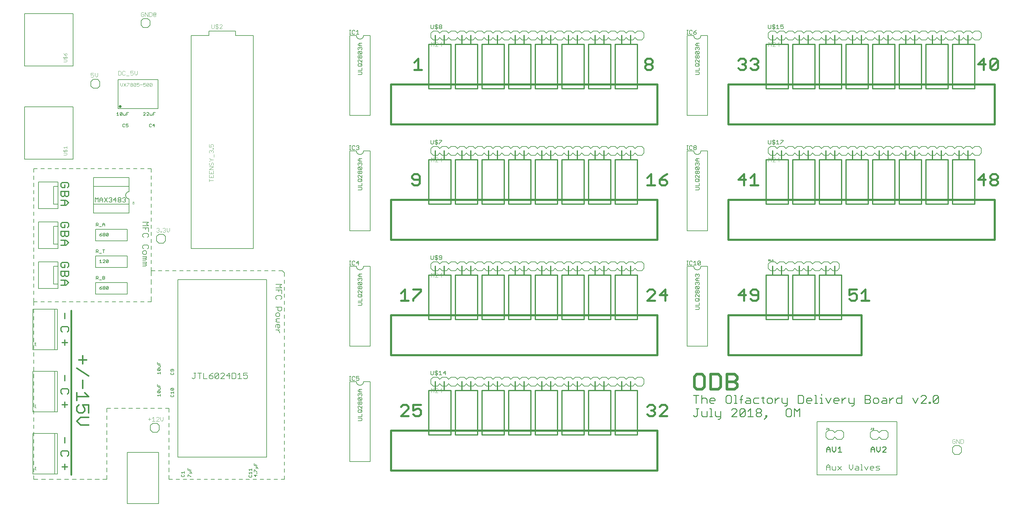
<source format=gto>
G04 EAGLE Gerber X2 export*
%TF.Part,Single*%
%TF.FileFunction,Other,Top Silkscreen*%
%TF.FilePolarity,Positive*%
%TF.GenerationSoftware,Autodesk,EAGLE,9.0.1*%
%TF.CreationDate,2018-06-24T20:08:20Z*%
G75*
%MOMM*%
%FSLAX34Y34*%
%LPD*%
%AMOC8*
5,1,8,0,0,1.08239X$1,22.5*%
G01*
%ADD10C,0.609600*%
%ADD11C,0.304800*%
%ADD12C,0.762000*%
%ADD13C,0.254000*%
%ADD14C,0.457200*%
%ADD15C,0.508000*%
%ADD16C,0.177800*%
%ADD17C,0.279400*%
%ADD18C,0.152400*%
%ADD19C,0.584200*%
%ADD20C,0.101600*%
%ADD21C,0.203200*%
%ADD22C,0.127000*%
%ADD23C,0.812219*%
%ADD24C,0.076200*%
%ADD25C,0.025400*%


D10*
X1803400Y1041400D02*
X1803400Y1155700D01*
X1041400Y1155700D01*
X1041400Y1041400D01*
X1803400Y1041400D01*
D11*
X1746250Y1143000D02*
X1746250Y1270000D01*
X1682750Y1270000D01*
X1682750Y1143000D01*
X1746250Y1143000D01*
X1670050Y1143000D02*
X1670050Y1270000D01*
X1606550Y1270000D01*
X1606550Y1143000D01*
X1670050Y1143000D01*
X1593850Y1143000D02*
X1593850Y1270000D01*
X1530350Y1270000D01*
X1530350Y1143000D01*
X1593850Y1143000D01*
X1517650Y1143000D02*
X1517650Y1270000D01*
X1454150Y1270000D01*
X1454150Y1143000D01*
X1517650Y1143000D01*
X1441450Y1143000D02*
X1441450Y1270000D01*
X1377950Y1270000D01*
X1377950Y1143000D01*
X1441450Y1143000D01*
X1365250Y1143000D02*
X1365250Y1270000D01*
X1301750Y1270000D01*
X1301750Y1143000D01*
X1365250Y1143000D01*
X1289050Y1143000D02*
X1289050Y1270000D01*
X1225550Y1270000D01*
X1225550Y1143000D01*
X1289050Y1143000D01*
X1212850Y1143000D02*
X1212850Y1270000D01*
X1149350Y1270000D01*
X1149350Y1143000D01*
X1212850Y1143000D01*
X1193800Y1270000D02*
X1193800Y1295400D01*
X1168400Y1295400D02*
X1168400Y1270000D01*
X1244600Y1270000D02*
X1244600Y1295400D01*
X1270000Y1295400D02*
X1270000Y1270000D01*
X1346200Y1270000D02*
X1346200Y1295400D01*
X1320800Y1295400D02*
X1320800Y1270000D01*
X1397000Y1270000D02*
X1397000Y1295400D01*
X1422400Y1295400D02*
X1422400Y1270000D01*
X1498600Y1270000D02*
X1498600Y1295400D01*
X1473200Y1295400D02*
X1473200Y1270000D01*
X1549400Y1270000D02*
X1549400Y1295400D01*
X1574800Y1295400D02*
X1574800Y1270000D01*
X1651000Y1270000D02*
X1651000Y1295400D01*
X1625600Y1295400D02*
X1625600Y1270000D01*
X1701800Y1270000D02*
X1701800Y1295400D01*
X1727200Y1295400D02*
X1727200Y1270000D01*
D12*
X1916013Y326427D02*
X1930418Y326427D01*
X1916013Y326427D02*
X1908810Y319224D01*
X1908810Y290413D01*
X1916013Y283210D01*
X1930418Y283210D01*
X1937621Y290413D01*
X1937621Y319224D01*
X1930418Y326427D01*
X1955586Y326427D02*
X1955586Y283210D01*
X1977194Y283210D01*
X1984397Y290413D01*
X1984397Y319224D01*
X1977194Y326427D01*
X1955586Y326427D01*
X2002362Y326427D02*
X2002362Y283210D01*
X2002362Y326427D02*
X2023970Y326427D01*
X2031173Y319224D01*
X2031173Y312021D01*
X2023970Y304818D01*
X2031173Y297616D01*
X2031173Y290413D01*
X2023970Y283210D01*
X2002362Y283210D01*
X2002362Y304818D02*
X2023970Y304818D01*
D13*
X1913897Y265450D02*
X1913897Y242570D01*
X1906270Y265450D02*
X1921523Y265450D01*
X1929658Y265450D02*
X1929658Y242570D01*
X1929658Y254010D02*
X1933471Y257823D01*
X1941098Y257823D01*
X1944911Y254010D01*
X1944911Y242570D01*
X1956859Y242570D02*
X1964486Y242570D01*
X1956859Y242570D02*
X1953046Y246383D01*
X1953046Y254010D01*
X1956859Y257823D01*
X1964486Y257823D01*
X1968299Y254010D01*
X1968299Y250197D01*
X1953046Y250197D01*
X2003635Y265450D02*
X2011262Y265450D01*
X2003635Y265450D02*
X1999822Y261636D01*
X1999822Y246383D01*
X2003635Y242570D01*
X2011262Y242570D01*
X2015075Y246383D01*
X2015075Y261636D01*
X2011262Y265450D01*
X2023210Y265450D02*
X2027023Y265450D01*
X2027023Y242570D01*
X2023210Y242570D02*
X2030836Y242570D01*
X2042615Y242570D02*
X2042615Y261636D01*
X2046428Y265450D01*
X2046428Y254010D02*
X2038802Y254010D01*
X2058207Y257823D02*
X2065834Y257823D01*
X2069647Y254010D01*
X2069647Y242570D01*
X2058207Y242570D01*
X2054394Y246383D01*
X2058207Y250197D01*
X2069647Y250197D01*
X2081595Y257823D02*
X2093035Y257823D01*
X2081595Y257823D02*
X2077782Y254010D01*
X2077782Y246383D01*
X2081595Y242570D01*
X2093035Y242570D01*
X2104983Y246383D02*
X2104983Y261636D01*
X2104983Y246383D02*
X2108796Y242570D01*
X2108796Y257823D02*
X2101170Y257823D01*
X2120575Y242570D02*
X2128201Y242570D01*
X2132015Y246383D01*
X2132015Y254010D01*
X2128201Y257823D01*
X2120575Y257823D01*
X2116762Y254010D01*
X2116762Y246383D01*
X2120575Y242570D01*
X2140150Y242570D02*
X2140150Y257823D01*
X2140150Y250197D02*
X2147776Y257823D01*
X2151589Y257823D01*
X2159640Y257823D02*
X2159640Y246383D01*
X2163453Y242570D01*
X2174893Y242570D01*
X2174893Y238757D02*
X2174893Y257823D01*
X2174893Y238757D02*
X2171079Y234944D01*
X2167266Y234944D01*
X2206416Y242570D02*
X2206416Y265450D01*
X2206416Y242570D02*
X2217855Y242570D01*
X2221669Y246383D01*
X2221669Y261636D01*
X2217855Y265450D01*
X2206416Y265450D01*
X2233617Y242570D02*
X2241243Y242570D01*
X2233617Y242570D02*
X2229804Y246383D01*
X2229804Y254010D01*
X2233617Y257823D01*
X2241243Y257823D01*
X2245057Y254010D01*
X2245057Y250197D01*
X2229804Y250197D01*
X2253192Y265450D02*
X2257005Y265450D01*
X2257005Y242570D01*
X2253192Y242570D02*
X2260818Y242570D01*
X2268783Y257823D02*
X2272597Y257823D01*
X2272597Y242570D01*
X2276410Y242570D02*
X2268783Y242570D01*
X2272597Y265450D02*
X2272597Y269263D01*
X2284375Y257823D02*
X2292002Y242570D01*
X2299628Y257823D01*
X2311577Y242570D02*
X2319203Y242570D01*
X2311577Y242570D02*
X2307763Y246383D01*
X2307763Y254010D01*
X2311577Y257823D01*
X2319203Y257823D01*
X2323016Y254010D01*
X2323016Y250197D01*
X2307763Y250197D01*
X2331151Y257823D02*
X2331151Y242570D01*
X2331151Y250197D02*
X2338778Y257823D01*
X2342591Y257823D01*
X2350641Y257823D02*
X2350641Y246383D01*
X2354455Y242570D01*
X2365894Y242570D01*
X2365894Y238757D02*
X2365894Y257823D01*
X2365894Y238757D02*
X2362081Y234944D01*
X2358268Y234944D01*
X2397417Y242570D02*
X2397417Y265450D01*
X2408857Y265450D01*
X2412670Y261636D01*
X2412670Y257823D01*
X2408857Y254010D01*
X2412670Y250197D01*
X2412670Y246383D01*
X2408857Y242570D01*
X2397417Y242570D01*
X2397417Y254010D02*
X2408857Y254010D01*
X2424619Y242570D02*
X2432245Y242570D01*
X2436058Y246383D01*
X2436058Y254010D01*
X2432245Y257823D01*
X2424619Y257823D01*
X2420805Y254010D01*
X2420805Y246383D01*
X2424619Y242570D01*
X2448006Y257823D02*
X2455633Y257823D01*
X2459446Y254010D01*
X2459446Y242570D01*
X2448006Y242570D01*
X2444193Y246383D01*
X2448006Y250197D01*
X2459446Y250197D01*
X2467581Y257823D02*
X2467581Y242570D01*
X2467581Y250197D02*
X2475208Y257823D01*
X2479021Y257823D01*
X2502324Y265450D02*
X2502324Y242570D01*
X2490884Y242570D01*
X2487071Y246383D01*
X2487071Y254010D01*
X2490884Y257823D01*
X2502324Y257823D01*
X2533847Y257823D02*
X2541474Y242570D01*
X2549100Y257823D01*
X2557235Y242570D02*
X2572488Y242570D01*
X2557235Y242570D02*
X2572488Y257823D01*
X2572488Y261636D01*
X2568675Y265450D01*
X2561048Y265450D01*
X2557235Y261636D01*
X2580623Y246383D02*
X2580623Y242570D01*
X2580623Y246383D02*
X2584436Y246383D01*
X2584436Y242570D01*
X2580623Y242570D01*
X2592317Y246383D02*
X2592317Y261636D01*
X2596130Y265450D01*
X2603757Y265450D01*
X2607570Y261636D01*
X2607570Y246383D01*
X2603757Y242570D01*
X2596130Y242570D01*
X2592317Y246383D01*
X2607570Y261636D01*
X1910083Y204470D02*
X1906270Y208283D01*
X1910083Y204470D02*
X1913897Y204470D01*
X1917710Y208283D01*
X1917710Y227350D01*
X1913897Y227350D02*
X1921523Y227350D01*
X1929658Y219723D02*
X1929658Y208283D01*
X1933471Y204470D01*
X1944911Y204470D01*
X1944911Y219723D01*
X1953046Y227350D02*
X1956859Y227350D01*
X1956859Y204470D01*
X1953046Y204470D02*
X1960672Y204470D01*
X1968638Y208283D02*
X1968638Y219723D01*
X1968638Y208283D02*
X1972451Y204470D01*
X1983891Y204470D01*
X1983891Y200657D02*
X1983891Y219723D01*
X1983891Y200657D02*
X1980078Y196844D01*
X1976264Y196844D01*
X2015414Y204470D02*
X2030667Y204470D01*
X2015414Y204470D02*
X2030667Y219723D01*
X2030667Y223536D01*
X2026854Y227350D01*
X2019227Y227350D01*
X2015414Y223536D01*
X2038802Y223536D02*
X2038802Y208283D01*
X2038802Y223536D02*
X2042615Y227350D01*
X2050242Y227350D01*
X2054055Y223536D01*
X2054055Y208283D01*
X2050242Y204470D01*
X2042615Y204470D01*
X2038802Y208283D01*
X2054055Y223536D01*
X2062190Y219723D02*
X2069816Y227350D01*
X2069816Y204470D01*
X2062190Y204470D02*
X2077443Y204470D01*
X2085578Y223536D02*
X2089391Y227350D01*
X2097018Y227350D01*
X2100831Y223536D01*
X2100831Y219723D01*
X2097018Y215910D01*
X2100831Y212097D01*
X2100831Y208283D01*
X2097018Y204470D01*
X2089391Y204470D01*
X2085578Y208283D01*
X2085578Y212097D01*
X2089391Y215910D01*
X2085578Y219723D01*
X2085578Y223536D01*
X2089391Y215910D02*
X2097018Y215910D01*
X2108966Y196844D02*
X2116592Y204470D01*
X2116592Y208283D01*
X2112779Y208283D01*
X2112779Y204470D01*
X2116592Y204470D01*
X2175147Y227350D02*
X2182773Y227350D01*
X2175147Y227350D02*
X2171334Y223536D01*
X2171334Y208283D01*
X2175147Y204470D01*
X2182773Y204470D01*
X2186587Y208283D01*
X2186587Y223536D01*
X2182773Y227350D01*
X2194722Y227350D02*
X2194722Y204470D01*
X2202348Y219723D02*
X2194722Y227350D01*
X2202348Y219723D02*
X2209975Y227350D01*
X2209975Y204470D01*
D11*
X111688Y595376D02*
X96774Y595376D01*
X111688Y595376D02*
X119145Y587919D01*
X111688Y580462D01*
X96774Y580462D01*
X107960Y580462D02*
X107960Y595376D01*
X119145Y620776D02*
X96774Y620776D01*
X119145Y620776D02*
X119145Y609590D01*
X115417Y605862D01*
X111688Y605862D01*
X107960Y609590D01*
X104231Y605862D01*
X100503Y605862D01*
X96774Y609590D01*
X96774Y620776D01*
X107960Y620776D02*
X107960Y609590D01*
X115417Y631262D02*
X119145Y634990D01*
X119145Y642448D01*
X115417Y646176D01*
X100503Y646176D01*
X96774Y642448D01*
X96774Y634990D01*
X100503Y631262D01*
X107960Y631262D01*
X107960Y638719D01*
X115417Y745562D02*
X119145Y749290D01*
X119145Y756748D01*
X115417Y760476D01*
X100503Y760476D01*
X96774Y756748D01*
X96774Y749290D01*
X100503Y745562D01*
X107960Y745562D01*
X107960Y753019D01*
X119145Y735076D02*
X96774Y735076D01*
X119145Y735076D02*
X119145Y723890D01*
X115417Y720162D01*
X111688Y720162D01*
X107960Y723890D01*
X104231Y720162D01*
X100503Y720162D01*
X96774Y723890D01*
X96774Y735076D01*
X107960Y735076D02*
X107960Y723890D01*
X111688Y709676D02*
X96774Y709676D01*
X111688Y709676D02*
X119145Y702219D01*
X111688Y694762D01*
X96774Y694762D01*
X107960Y694762D02*
X107960Y709676D01*
X107960Y246126D02*
X107960Y231212D01*
X115417Y238669D02*
X100503Y238669D01*
X107960Y307412D02*
X107960Y322326D01*
X119145Y273040D02*
X115417Y269312D01*
X119145Y273040D02*
X119145Y280498D01*
X115417Y284226D01*
X100503Y284226D01*
X96774Y280498D01*
X96774Y273040D01*
X100503Y269312D01*
D14*
X158764Y356343D02*
X158764Y378714D01*
X147579Y367528D02*
X169950Y367528D01*
X141986Y343632D02*
X175543Y321261D01*
X158764Y308550D02*
X158764Y286179D01*
X164357Y273468D02*
X175543Y262283D01*
X141986Y262283D01*
X141986Y273468D02*
X141986Y251097D01*
X175543Y238386D02*
X175543Y216015D01*
X175543Y238386D02*
X158764Y238386D01*
X164357Y227201D01*
X164357Y221608D01*
X158764Y216015D01*
X147579Y216015D01*
X141986Y221608D01*
X141986Y232793D01*
X147579Y238386D01*
X153172Y203304D02*
X175543Y203304D01*
X153172Y203304D02*
X141986Y192119D01*
X153172Y180933D01*
X175543Y180933D01*
D11*
X115417Y447112D02*
X119145Y450840D01*
X119145Y458298D01*
X115417Y462026D01*
X100503Y462026D01*
X96774Y458298D01*
X96774Y450840D01*
X100503Y447112D01*
X107960Y485212D02*
X107960Y500126D01*
X107960Y423926D02*
X107960Y409012D01*
X115417Y416469D02*
X100503Y416469D01*
D10*
X1803400Y711200D02*
X1803400Y825500D01*
X1041400Y825500D01*
X1041400Y711200D01*
X1803400Y711200D01*
D11*
X1746250Y812800D02*
X1746250Y939800D01*
X1682750Y939800D01*
X1682750Y812800D01*
X1746250Y812800D01*
X1670050Y812800D02*
X1670050Y939800D01*
X1606550Y939800D01*
X1606550Y812800D01*
X1670050Y812800D01*
X1593850Y812800D02*
X1593850Y939800D01*
X1530350Y939800D01*
X1530350Y812800D01*
X1593850Y812800D01*
X1517650Y812800D02*
X1517650Y939800D01*
X1454150Y939800D01*
X1454150Y812800D01*
X1517650Y812800D01*
X1441450Y812800D02*
X1441450Y939800D01*
X1377950Y939800D01*
X1377950Y812800D01*
X1441450Y812800D01*
X1365250Y812800D02*
X1365250Y939800D01*
X1301750Y939800D01*
X1301750Y812800D01*
X1365250Y812800D01*
X1289050Y812800D02*
X1289050Y939800D01*
X1225550Y939800D01*
X1225550Y812800D01*
X1289050Y812800D01*
X1212850Y812800D02*
X1212850Y939800D01*
X1149350Y939800D01*
X1149350Y812800D01*
X1212850Y812800D01*
X1193800Y939800D02*
X1193800Y965200D01*
X1168400Y965200D02*
X1168400Y939800D01*
X1244600Y939800D02*
X1244600Y965200D01*
X1270000Y965200D02*
X1270000Y939800D01*
X1346200Y939800D02*
X1346200Y965200D01*
X1320800Y965200D02*
X1320800Y939800D01*
X1397000Y939800D02*
X1397000Y965200D01*
X1422400Y965200D02*
X1422400Y939800D01*
X1498600Y939800D02*
X1498600Y965200D01*
X1473200Y965200D02*
X1473200Y939800D01*
X1549400Y939800D02*
X1549400Y965200D01*
X1574800Y965200D02*
X1574800Y939800D01*
X1651000Y939800D02*
X1651000Y965200D01*
X1625600Y965200D02*
X1625600Y939800D01*
X1701800Y939800D02*
X1701800Y965200D01*
X1727200Y965200D02*
X1727200Y939800D01*
D10*
X1803400Y495300D02*
X1803400Y381000D01*
X1803400Y495300D02*
X1041400Y495300D01*
X1041400Y381000D01*
X1803400Y381000D01*
D11*
X1746250Y482600D02*
X1746250Y609600D01*
X1682750Y609600D01*
X1682750Y482600D01*
X1746250Y482600D01*
X1670050Y482600D02*
X1670050Y609600D01*
X1606550Y609600D01*
X1606550Y482600D01*
X1670050Y482600D01*
X1593850Y482600D02*
X1593850Y609600D01*
X1530350Y609600D01*
X1530350Y482600D01*
X1593850Y482600D01*
X1517650Y482600D02*
X1517650Y609600D01*
X1454150Y609600D01*
X1454150Y482600D01*
X1517650Y482600D01*
X1441450Y482600D02*
X1441450Y609600D01*
X1377950Y609600D01*
X1377950Y482600D01*
X1441450Y482600D01*
X1365250Y482600D02*
X1365250Y609600D01*
X1301750Y609600D01*
X1301750Y482600D01*
X1365250Y482600D01*
X1289050Y482600D02*
X1289050Y609600D01*
X1225550Y609600D01*
X1225550Y482600D01*
X1289050Y482600D01*
X1212850Y482600D02*
X1212850Y609600D01*
X1149350Y609600D01*
X1149350Y482600D01*
X1212850Y482600D01*
X1193800Y609600D02*
X1193800Y635000D01*
X1168400Y635000D02*
X1168400Y609600D01*
X1244600Y609600D02*
X1244600Y635000D01*
X1270000Y635000D02*
X1270000Y609600D01*
X1346200Y609600D02*
X1346200Y635000D01*
X1320800Y635000D02*
X1320800Y609600D01*
X1397000Y609600D02*
X1397000Y635000D01*
X1422400Y635000D02*
X1422400Y609600D01*
X1498600Y609600D02*
X1498600Y635000D01*
X1473200Y635000D02*
X1473200Y609600D01*
X1549400Y609600D02*
X1549400Y635000D01*
X1574800Y635000D02*
X1574800Y609600D01*
X1651000Y609600D02*
X1651000Y635000D01*
X1625600Y635000D02*
X1625600Y609600D01*
X1701800Y609600D02*
X1701800Y635000D01*
X1727200Y635000D02*
X1727200Y609600D01*
D10*
X1803400Y165100D02*
X1803400Y50800D01*
X1803400Y165100D02*
X1041400Y165100D01*
X1041400Y50800D01*
X1803400Y50800D01*
D11*
X1746250Y152400D02*
X1746250Y279400D01*
X1682750Y279400D01*
X1682750Y152400D01*
X1746250Y152400D01*
X1670050Y152400D02*
X1670050Y279400D01*
X1606550Y279400D01*
X1606550Y152400D01*
X1670050Y152400D01*
X1593850Y152400D02*
X1593850Y279400D01*
X1530350Y279400D01*
X1530350Y152400D01*
X1593850Y152400D01*
X1517650Y152400D02*
X1517650Y279400D01*
X1454150Y279400D01*
X1454150Y152400D01*
X1517650Y152400D01*
X1441450Y152400D02*
X1441450Y279400D01*
X1377950Y279400D01*
X1377950Y152400D01*
X1441450Y152400D01*
X1365250Y152400D02*
X1365250Y279400D01*
X1301750Y279400D01*
X1301750Y152400D01*
X1365250Y152400D01*
X1289050Y152400D02*
X1289050Y279400D01*
X1225550Y279400D01*
X1225550Y152400D01*
X1289050Y152400D01*
X1212850Y152400D02*
X1212850Y279400D01*
X1149350Y279400D01*
X1149350Y152400D01*
X1212850Y152400D01*
X1193800Y279400D02*
X1193800Y304800D01*
X1168400Y304800D02*
X1168400Y279400D01*
X1244600Y279400D02*
X1244600Y304800D01*
X1270000Y304800D02*
X1270000Y279400D01*
X1346200Y279400D02*
X1346200Y304800D01*
X1320800Y304800D02*
X1320800Y279400D01*
X1397000Y279400D02*
X1397000Y304800D01*
X1422400Y304800D02*
X1422400Y279400D01*
X1498600Y279400D02*
X1498600Y304800D01*
X1473200Y304800D02*
X1473200Y279400D01*
X1549400Y279400D02*
X1549400Y304800D01*
X1574800Y304800D02*
X1574800Y279400D01*
X1651000Y279400D02*
X1651000Y304800D01*
X1625600Y304800D02*
X1625600Y279400D01*
X1701800Y279400D02*
X1701800Y304800D01*
X1727200Y304800D02*
X1727200Y279400D01*
D10*
X2768600Y1041400D02*
X2768600Y1155700D01*
X2006600Y1155700D01*
X2006600Y1041400D01*
X2768600Y1041400D01*
D11*
X2711450Y1143000D02*
X2711450Y1270000D01*
X2647950Y1270000D01*
X2647950Y1143000D01*
X2711450Y1143000D01*
X2635250Y1143000D02*
X2635250Y1270000D01*
X2571750Y1270000D01*
X2571750Y1143000D01*
X2635250Y1143000D01*
X2559050Y1143000D02*
X2559050Y1270000D01*
X2495550Y1270000D01*
X2495550Y1143000D01*
X2559050Y1143000D01*
X2482850Y1143000D02*
X2482850Y1270000D01*
X2419350Y1270000D01*
X2419350Y1143000D01*
X2482850Y1143000D01*
X2406650Y1143000D02*
X2406650Y1270000D01*
X2343150Y1270000D01*
X2343150Y1143000D01*
X2406650Y1143000D01*
X2330450Y1143000D02*
X2330450Y1270000D01*
X2266950Y1270000D01*
X2266950Y1143000D01*
X2330450Y1143000D01*
X2254250Y1143000D02*
X2254250Y1270000D01*
X2190750Y1270000D01*
X2190750Y1143000D01*
X2254250Y1143000D01*
X2178050Y1143000D02*
X2178050Y1270000D01*
X2114550Y1270000D01*
X2114550Y1143000D01*
X2178050Y1143000D01*
X2159000Y1270000D02*
X2159000Y1295400D01*
X2133600Y1295400D02*
X2133600Y1270000D01*
X2209800Y1270000D02*
X2209800Y1295400D01*
X2235200Y1295400D02*
X2235200Y1270000D01*
X2311400Y1270000D02*
X2311400Y1295400D01*
X2286000Y1295400D02*
X2286000Y1270000D01*
X2362200Y1270000D02*
X2362200Y1295400D01*
X2387600Y1295400D02*
X2387600Y1270000D01*
X2463800Y1270000D02*
X2463800Y1295400D01*
X2438400Y1295400D02*
X2438400Y1270000D01*
X2514600Y1270000D02*
X2514600Y1295400D01*
X2540000Y1295400D02*
X2540000Y1270000D01*
X2616200Y1270000D02*
X2616200Y1295400D01*
X2590800Y1295400D02*
X2590800Y1270000D01*
X2667000Y1270000D02*
X2667000Y1295400D01*
X2692400Y1295400D02*
X2692400Y1270000D01*
D10*
X2768600Y825500D02*
X2768600Y711200D01*
X2768600Y825500D02*
X2006600Y825500D01*
X2006600Y711200D01*
X2768600Y711200D01*
D11*
X2711450Y812800D02*
X2711450Y939800D01*
X2647950Y939800D01*
X2647950Y812800D01*
X2711450Y812800D01*
X2635250Y812800D02*
X2635250Y939800D01*
X2571750Y939800D01*
X2571750Y812800D01*
X2635250Y812800D01*
X2559050Y812800D02*
X2559050Y939800D01*
X2495550Y939800D01*
X2495550Y812800D01*
X2559050Y812800D01*
X2482850Y812800D02*
X2482850Y939800D01*
X2419350Y939800D01*
X2419350Y812800D01*
X2482850Y812800D01*
X2406650Y812800D02*
X2406650Y939800D01*
X2343150Y939800D01*
X2343150Y812800D01*
X2406650Y812800D01*
X2330450Y812800D02*
X2330450Y939800D01*
X2266950Y939800D01*
X2266950Y812800D01*
X2330450Y812800D01*
X2254250Y812800D02*
X2254250Y939800D01*
X2190750Y939800D01*
X2190750Y812800D01*
X2254250Y812800D01*
X2178050Y812800D02*
X2178050Y939800D01*
X2114550Y939800D01*
X2114550Y812800D01*
X2178050Y812800D01*
X2159000Y939800D02*
X2159000Y965200D01*
X2133600Y965200D02*
X2133600Y939800D01*
X2209800Y939800D02*
X2209800Y965200D01*
X2235200Y965200D02*
X2235200Y939800D01*
X2311400Y939800D02*
X2311400Y965200D01*
X2286000Y965200D02*
X2286000Y939800D01*
X2362200Y939800D02*
X2362200Y965200D01*
X2387600Y965200D02*
X2387600Y939800D01*
X2463800Y939800D02*
X2463800Y965200D01*
X2438400Y965200D02*
X2438400Y939800D01*
X2514600Y939800D02*
X2514600Y965200D01*
X2540000Y965200D02*
X2540000Y939800D01*
X2616200Y939800D02*
X2616200Y965200D01*
X2590800Y965200D02*
X2590800Y939800D01*
X2667000Y939800D02*
X2667000Y965200D01*
X2692400Y965200D02*
X2692400Y939800D01*
D10*
X2387600Y495300D02*
X2387600Y381000D01*
X2387600Y495300D02*
X2006600Y495300D01*
X2006600Y381000D01*
X2387600Y381000D01*
D11*
X2330450Y482600D02*
X2330450Y609600D01*
X2266950Y609600D01*
X2266950Y482600D01*
X2330450Y482600D01*
X2254250Y482600D02*
X2254250Y609600D01*
X2190750Y609600D01*
X2190750Y482600D01*
X2254250Y482600D01*
X2178050Y482600D02*
X2178050Y609600D01*
X2114550Y609600D01*
X2114550Y482600D01*
X2178050Y482600D01*
X2159000Y609600D02*
X2159000Y635000D01*
X2133600Y635000D02*
X2133600Y609600D01*
X2209800Y609600D02*
X2209800Y635000D01*
X2235200Y635000D02*
X2235200Y609600D01*
X2311400Y609600D02*
X2311400Y635000D01*
X2286000Y635000D02*
X2286000Y609600D01*
X107960Y68326D02*
X107960Y53412D01*
X115417Y60869D02*
X100503Y60869D01*
X107960Y129612D02*
X107960Y144526D01*
X119145Y95240D02*
X115417Y91512D01*
X119145Y95240D02*
X119145Y102698D01*
X115417Y106426D01*
X100503Y106426D01*
X96774Y102698D01*
X96774Y95240D01*
X100503Y91512D01*
D15*
X127000Y38100D02*
X127000Y508000D01*
D11*
X115417Y859862D02*
X119145Y863590D01*
X119145Y871048D01*
X115417Y874776D01*
X100503Y874776D01*
X96774Y871048D01*
X96774Y863590D01*
X100503Y859862D01*
X107960Y859862D01*
X107960Y867319D01*
X119145Y849376D02*
X96774Y849376D01*
X119145Y849376D02*
X119145Y838190D01*
X115417Y834462D01*
X111688Y834462D01*
X107960Y838190D01*
X104231Y834462D01*
X100503Y834462D01*
X96774Y838190D01*
X96774Y849376D01*
X107960Y849376D02*
X107960Y838190D01*
X111688Y823976D02*
X96774Y823976D01*
X111688Y823976D02*
X119145Y816519D01*
X111688Y809062D01*
X96774Y809062D01*
X107960Y809062D02*
X107960Y823976D01*
D16*
X2286889Y62366D02*
X2286889Y51689D01*
X2286889Y62366D02*
X2292228Y67705D01*
X2297566Y62366D01*
X2297566Y51689D01*
X2297566Y59697D02*
X2286889Y59697D01*
X2303261Y62366D02*
X2303261Y54358D01*
X2305930Y51689D01*
X2313938Y51689D01*
X2313938Y62366D01*
X2319632Y62366D02*
X2330309Y51689D01*
X2319632Y51689D02*
X2330309Y62366D01*
X2352375Y67705D02*
X2352375Y57028D01*
X2357714Y51689D01*
X2363052Y57028D01*
X2363052Y67705D01*
X2371416Y62366D02*
X2376755Y62366D01*
X2379424Y59697D01*
X2379424Y51689D01*
X2371416Y51689D01*
X2368747Y54358D01*
X2371416Y57028D01*
X2379424Y57028D01*
X2385118Y67705D02*
X2387788Y67705D01*
X2387788Y51689D01*
X2390457Y51689D02*
X2385118Y51689D01*
X2396033Y62366D02*
X2401371Y51689D01*
X2406710Y62366D01*
X2415074Y51689D02*
X2420412Y51689D01*
X2415074Y51689D02*
X2412404Y54358D01*
X2412404Y59697D01*
X2415074Y62366D01*
X2420412Y62366D01*
X2423081Y59697D01*
X2423081Y57028D01*
X2412404Y57028D01*
X2428776Y51689D02*
X2436784Y51689D01*
X2439453Y54358D01*
X2436784Y57028D01*
X2431445Y57028D01*
X2428776Y59697D01*
X2431445Y62366D01*
X2439453Y62366D01*
D17*
X2287397Y102997D02*
X2287397Y112996D01*
X2292397Y117996D01*
X2297396Y112996D01*
X2297396Y102997D01*
X2297396Y110496D02*
X2287397Y110496D01*
X2303769Y107997D02*
X2303769Y117996D01*
X2303769Y107997D02*
X2308768Y102997D01*
X2313768Y107997D01*
X2313768Y117996D01*
X2320140Y112996D02*
X2325140Y117996D01*
X2325140Y102997D01*
X2330139Y102997D02*
X2320140Y102997D01*
X2414397Y102997D02*
X2414397Y112996D01*
X2419397Y117996D01*
X2424396Y112996D01*
X2424396Y102997D01*
X2424396Y110496D02*
X2414397Y110496D01*
X2430769Y107997D02*
X2430769Y117996D01*
X2430769Y107997D02*
X2435768Y102997D01*
X2440768Y107997D01*
X2440768Y117996D01*
X2447140Y102997D02*
X2457139Y102997D01*
X2447140Y102997D02*
X2457139Y112996D01*
X2457139Y115496D01*
X2454640Y117996D01*
X2449640Y117996D01*
X2447140Y115496D01*
D18*
X2489200Y190500D02*
X2260600Y190500D01*
X2489200Y190500D02*
X2489200Y38100D01*
X2260600Y38100D01*
X2260600Y190500D01*
X29435Y914400D02*
X19050Y914400D01*
X39435Y914400D02*
X49821Y914400D01*
X59821Y914400D02*
X70206Y914400D01*
X80206Y914400D02*
X90591Y914400D01*
X100591Y914400D02*
X110976Y914400D01*
X120976Y914400D02*
X131362Y914400D01*
X141362Y914400D02*
X151747Y914400D01*
X161747Y914400D02*
X172132Y914400D01*
X182132Y914400D02*
X192518Y914400D01*
X202518Y914400D02*
X212903Y914400D01*
X222903Y914400D02*
X233288Y914400D01*
X243288Y914400D02*
X253674Y914400D01*
X263674Y914400D02*
X274059Y914400D01*
X284059Y914400D02*
X294444Y914400D01*
X304444Y914400D02*
X314829Y914400D01*
X324829Y914400D02*
X335215Y914400D01*
X345215Y914400D02*
X355600Y914400D01*
X355600Y904260D01*
X355600Y894260D02*
X355600Y884120D01*
X355600Y874120D02*
X355600Y863980D01*
X355600Y853980D02*
X355600Y843840D01*
X355600Y833840D02*
X355600Y823700D01*
X355600Y813700D02*
X355600Y803560D01*
X355600Y793560D02*
X355600Y783420D01*
X355600Y773420D02*
X355600Y763280D01*
X355600Y753280D02*
X355600Y743140D01*
X355600Y733140D02*
X355600Y723000D01*
X355600Y713000D02*
X355600Y702860D01*
X355600Y692860D02*
X355600Y682720D01*
X355600Y672720D02*
X355600Y662580D01*
X355600Y652580D02*
X355600Y642440D01*
X355600Y632440D02*
X355600Y622300D01*
X355600Y607575D01*
X355600Y597575D02*
X355600Y582850D01*
X355600Y572850D02*
X355600Y558125D01*
X355600Y548125D02*
X355600Y533400D01*
X345215Y533400D01*
X335215Y533400D02*
X324829Y533400D01*
X314829Y533400D02*
X304444Y533400D01*
X294444Y533400D02*
X284059Y533400D01*
X274059Y533400D02*
X263674Y533400D01*
X253674Y533400D02*
X243288Y533400D01*
X233288Y533400D02*
X222903Y533400D01*
X212903Y533400D02*
X202518Y533400D01*
X192518Y533400D02*
X182132Y533400D01*
X172132Y533400D02*
X161747Y533400D01*
X151747Y533400D02*
X141362Y533400D01*
X131362Y533400D02*
X120976Y533400D01*
X110976Y533400D02*
X100591Y533400D01*
X90591Y533400D02*
X80206Y533400D01*
X70206Y533400D02*
X59821Y533400D01*
X49821Y533400D02*
X39435Y533400D01*
X29435Y533400D02*
X19050Y533400D01*
X19050Y543979D01*
X19050Y553979D02*
X19050Y564558D01*
X19050Y574558D02*
X19050Y585137D01*
X19050Y595137D02*
X19050Y605716D01*
X19050Y615716D02*
X19050Y626295D01*
X19050Y636295D02*
X19050Y646874D01*
X19050Y656874D02*
X19050Y667453D01*
X19050Y677453D02*
X19050Y688032D01*
X19050Y698032D02*
X19050Y708611D01*
X19050Y718611D02*
X19050Y729189D01*
X19050Y739189D02*
X19050Y749768D01*
X19050Y759768D02*
X19050Y770347D01*
X19050Y780347D02*
X19050Y790926D01*
X19050Y800926D02*
X19050Y811505D01*
X19050Y821505D02*
X19050Y832084D01*
X19050Y842084D02*
X19050Y852663D01*
X19050Y862663D02*
X19050Y873242D01*
X19050Y883242D02*
X19050Y893821D01*
X19050Y903821D02*
X19050Y914400D01*
X355600Y622300D02*
X365845Y622300D01*
X375845Y622300D02*
X386089Y622300D01*
X396089Y622300D02*
X406334Y622300D01*
X416334Y622300D02*
X426579Y622300D01*
X436579Y622300D02*
X446824Y622300D01*
X456824Y622300D02*
X467068Y622300D01*
X477068Y622300D02*
X487313Y622300D01*
X497313Y622300D02*
X507558Y622300D01*
X517558Y622300D02*
X527803Y622300D01*
X537803Y622300D02*
X548047Y622300D01*
X558047Y622300D02*
X568292Y622300D01*
X578292Y622300D02*
X588537Y622300D01*
X598537Y622300D02*
X608782Y622300D01*
X618782Y622300D02*
X629026Y622300D01*
X639026Y622300D02*
X649271Y622300D01*
X659271Y622300D02*
X669516Y622300D01*
X679516Y622300D02*
X689761Y622300D01*
X699761Y622300D02*
X710005Y622300D01*
X720005Y622300D02*
X730250Y622300D01*
X736600Y615950D01*
X736600Y605932D01*
X736600Y595932D02*
X736600Y585913D01*
X736600Y575913D02*
X736600Y565895D01*
X736600Y555895D02*
X736600Y545877D01*
X736600Y535877D02*
X736600Y525858D01*
X736600Y515858D02*
X736600Y505840D01*
X736600Y495840D02*
X736600Y485822D01*
X736600Y475822D02*
X736600Y465803D01*
X736600Y455803D02*
X736600Y445785D01*
X736600Y435785D02*
X736600Y425767D01*
X736600Y415767D02*
X736600Y405748D01*
X736600Y395748D02*
X736600Y385730D01*
X736600Y375730D02*
X736600Y365712D01*
X736600Y355712D02*
X736600Y345693D01*
X736600Y335693D02*
X736600Y325675D01*
X736600Y315675D02*
X736600Y305657D01*
X736600Y295657D02*
X736600Y285638D01*
X736600Y275638D02*
X736600Y265620D01*
X736600Y255620D02*
X736600Y245602D01*
X736600Y235602D02*
X736600Y225583D01*
X736600Y215583D02*
X736600Y205565D01*
X736600Y195565D02*
X736600Y185547D01*
X736600Y175547D02*
X736600Y165528D01*
X736600Y155528D02*
X736600Y145510D01*
X736600Y135510D02*
X736600Y125492D01*
X736600Y115492D02*
X736600Y105473D01*
X736600Y95473D02*
X736600Y85455D01*
X736600Y75455D02*
X736600Y65437D01*
X736600Y55437D02*
X736600Y45418D01*
X736600Y35418D02*
X736600Y25400D01*
X726588Y25400D01*
X716588Y25400D02*
X706576Y25400D01*
X696576Y25400D02*
X686565Y25400D01*
X676565Y25400D02*
X666553Y25400D01*
X656553Y25400D02*
X646541Y25400D01*
X636541Y25400D02*
X626529Y25400D01*
X616529Y25400D02*
X606518Y25400D01*
X596518Y25400D02*
X586506Y25400D01*
X576506Y25400D02*
X566494Y25400D01*
X556494Y25400D02*
X546482Y25400D01*
X536482Y25400D02*
X526471Y25400D01*
X516471Y25400D02*
X506459Y25400D01*
X496459Y25400D02*
X486447Y25400D01*
X476447Y25400D02*
X466435Y25400D01*
X456435Y25400D02*
X446424Y25400D01*
X436424Y25400D02*
X426412Y25400D01*
X416412Y25400D02*
X406400Y25400D01*
X406400Y36720D01*
X406400Y46720D02*
X406400Y58040D01*
X406400Y68040D02*
X406400Y79360D01*
X406400Y89360D02*
X406400Y100680D01*
X406400Y110680D02*
X406400Y122000D01*
X406400Y132000D02*
X406400Y143320D01*
X406400Y153320D02*
X406400Y164640D01*
X406400Y174640D02*
X406400Y185960D01*
X406400Y195960D02*
X406400Y207280D01*
X406400Y217280D02*
X406400Y228600D01*
X395533Y228600D01*
X385533Y228600D02*
X374667Y228600D01*
X364667Y228600D02*
X353800Y228600D01*
X343800Y228600D02*
X332933Y228600D01*
X322933Y228600D02*
X312067Y228600D01*
X302067Y228600D02*
X291200Y228600D01*
X281200Y228600D02*
X270333Y228600D01*
X260333Y228600D02*
X249467Y228600D01*
X239467Y228600D02*
X228600Y228600D01*
X228600Y217280D01*
X228600Y207280D02*
X228600Y195960D01*
X228600Y185960D02*
X228600Y174640D01*
X228600Y164640D02*
X228600Y153320D01*
X228600Y143320D02*
X228600Y132000D01*
X228600Y122000D02*
X228600Y110680D01*
X228600Y100680D02*
X228600Y89360D01*
X228600Y79360D02*
X228600Y68040D01*
X228600Y58040D02*
X228600Y46720D01*
X228600Y36720D02*
X228600Y25400D01*
X216645Y25400D01*
X206645Y25400D02*
X194690Y25400D01*
X184690Y25400D02*
X172735Y25400D01*
X162735Y25400D02*
X150780Y25400D01*
X140780Y25400D02*
X128825Y25400D01*
X118825Y25400D02*
X106870Y25400D01*
X96870Y25400D02*
X84915Y25400D01*
X74915Y25400D02*
X62960Y25400D01*
X52960Y25400D02*
X41005Y25400D01*
X31005Y25400D02*
X19050Y25400D01*
X19050Y36120D01*
X19050Y46120D02*
X19050Y56840D01*
X19050Y66840D02*
X19050Y77560D01*
X19050Y87560D02*
X19050Y98280D01*
X19050Y108280D02*
X19050Y119000D01*
X19050Y129000D02*
X19050Y139720D01*
X19050Y149720D02*
X19050Y160440D01*
X19050Y170440D02*
X19050Y181160D01*
X19050Y191160D02*
X19050Y201880D01*
X19050Y211880D02*
X19050Y222600D01*
X19050Y232600D02*
X19050Y243320D01*
X19050Y253320D02*
X19050Y264040D01*
X19050Y274040D02*
X19050Y284760D01*
X19050Y294760D02*
X19050Y305480D01*
X19050Y315480D02*
X19050Y326200D01*
X19050Y336200D02*
X19050Y346920D01*
X19050Y356920D02*
X19050Y367640D01*
X19050Y377640D02*
X19050Y388360D01*
X19050Y398360D02*
X19050Y409080D01*
X19050Y419080D02*
X19050Y429800D01*
X19050Y439800D02*
X19050Y450520D01*
X19050Y460520D02*
X19050Y471240D01*
X19050Y481240D02*
X19050Y491960D01*
X19050Y501960D02*
X19050Y512680D01*
X19050Y522680D02*
X19050Y533400D01*
X711962Y583438D02*
X728232Y583438D01*
X722809Y578015D01*
X728232Y572591D01*
X711962Y572591D01*
X711962Y567066D02*
X728232Y567066D01*
X728232Y556220D01*
X720097Y561643D02*
X720097Y567066D01*
X728232Y542560D02*
X725520Y539848D01*
X728232Y542560D02*
X728232Y547983D01*
X725520Y550695D01*
X714674Y550695D01*
X711962Y547983D01*
X711962Y542560D01*
X714674Y539848D01*
X711962Y517952D02*
X728232Y517952D01*
X728232Y509817D01*
X725520Y507105D01*
X720097Y507105D01*
X717385Y509817D01*
X717385Y517952D01*
X711962Y498869D02*
X711962Y493445D01*
X714674Y490734D01*
X720097Y490734D01*
X722809Y493445D01*
X722809Y498869D01*
X720097Y501580D01*
X714674Y501580D01*
X711962Y498869D01*
X714674Y485209D02*
X722809Y485209D01*
X714674Y485209D02*
X711962Y482497D01*
X714674Y479785D01*
X711962Y477074D01*
X714674Y474362D01*
X722809Y474362D01*
X711962Y466125D02*
X711962Y460702D01*
X711962Y466125D02*
X714674Y468837D01*
X720097Y468837D01*
X722809Y466125D01*
X722809Y460702D01*
X720097Y457990D01*
X717385Y457990D01*
X717385Y468837D01*
X711962Y452466D02*
X722809Y452466D01*
X717385Y452466D02*
X722809Y447042D01*
X722809Y444331D01*
X347232Y761238D02*
X330962Y761238D01*
X341809Y755815D02*
X347232Y761238D01*
X341809Y755815D02*
X347232Y750391D01*
X330962Y750391D01*
X330962Y744866D02*
X347232Y744866D01*
X347232Y734020D01*
X339097Y739443D02*
X339097Y744866D01*
X347232Y720360D02*
X344520Y717648D01*
X347232Y720360D02*
X347232Y725783D01*
X344520Y728495D01*
X333674Y728495D01*
X330962Y725783D01*
X330962Y720360D01*
X333674Y717648D01*
X347232Y687617D02*
X344520Y684905D01*
X347232Y687617D02*
X347232Y693040D01*
X344520Y695752D01*
X333674Y695752D01*
X330962Y693040D01*
X330962Y687617D01*
X333674Y684905D01*
X330962Y676669D02*
X330962Y671245D01*
X333674Y668534D01*
X339097Y668534D01*
X341809Y671245D01*
X341809Y676669D01*
X339097Y679380D01*
X333674Y679380D01*
X330962Y676669D01*
X330962Y663009D02*
X341809Y663009D01*
X341809Y660297D01*
X339097Y657585D01*
X330962Y657585D01*
X339097Y657585D02*
X341809Y654874D01*
X339097Y652162D01*
X330962Y652162D01*
X330962Y646637D02*
X341809Y646637D01*
X341809Y643925D01*
X339097Y641214D01*
X330962Y641214D01*
X339097Y641214D02*
X341809Y638502D01*
X339097Y635790D01*
X330962Y635790D01*
X472046Y315894D02*
X474758Y313182D01*
X477469Y313182D01*
X480181Y315894D01*
X480181Y329452D01*
X477469Y329452D02*
X482893Y329452D01*
X493841Y329452D02*
X493841Y313182D01*
X488418Y329452D02*
X499264Y329452D01*
X504789Y329452D02*
X504789Y313182D01*
X515636Y313182D01*
X526584Y326740D02*
X532007Y329452D01*
X526584Y326740D02*
X521161Y321317D01*
X521161Y315894D01*
X523872Y313182D01*
X529296Y313182D01*
X532007Y315894D01*
X532007Y318605D01*
X529296Y321317D01*
X521161Y321317D01*
X537532Y315894D02*
X537532Y326740D01*
X540244Y329452D01*
X545667Y329452D01*
X548379Y326740D01*
X548379Y315894D01*
X545667Y313182D01*
X540244Y313182D01*
X537532Y315894D01*
X548379Y326740D01*
X553904Y313182D02*
X564751Y313182D01*
X553904Y313182D02*
X564751Y324029D01*
X564751Y326740D01*
X562039Y329452D01*
X556616Y329452D01*
X553904Y326740D01*
X578410Y329452D02*
X578410Y313182D01*
X570275Y321317D02*
X578410Y329452D01*
X581122Y321317D02*
X570275Y321317D01*
X586647Y329452D02*
X586647Y313182D01*
X594782Y313182D01*
X597494Y315894D01*
X597494Y326740D01*
X594782Y329452D01*
X586647Y329452D01*
X603019Y324029D02*
X608442Y329452D01*
X608442Y313182D01*
X603019Y313182D02*
X613865Y313182D01*
X619390Y329452D02*
X630237Y329452D01*
X619390Y329452D02*
X619390Y321317D01*
X624813Y324029D01*
X627525Y324029D01*
X630237Y321317D01*
X630237Y315894D01*
X627525Y313182D01*
X622102Y313182D01*
X619390Y315894D01*
D19*
X1774571Y888045D02*
X1785333Y898807D01*
X1785333Y866521D01*
X1774571Y866521D02*
X1796095Y866521D01*
X1820415Y893426D02*
X1831177Y898807D01*
X1820415Y893426D02*
X1809653Y882664D01*
X1809653Y871902D01*
X1815034Y866521D01*
X1825796Y866521D01*
X1831177Y871902D01*
X1831177Y877283D01*
X1825796Y882664D01*
X1809653Y882664D01*
X1106852Y866521D02*
X1101471Y871902D01*
X1106852Y866521D02*
X1117614Y866521D01*
X1122995Y871902D01*
X1122995Y893426D01*
X1117614Y898807D01*
X1106852Y898807D01*
X1101471Y893426D01*
X1101471Y888045D01*
X1106852Y882664D01*
X1122995Y882664D01*
X1107821Y1218245D02*
X1118583Y1229007D01*
X1118583Y1196721D01*
X1107821Y1196721D02*
X1129345Y1196721D01*
X1768221Y1223626D02*
X1773602Y1229007D01*
X1784364Y1229007D01*
X1789745Y1223626D01*
X1789745Y1218245D01*
X1784364Y1212864D01*
X1789745Y1207483D01*
X1789745Y1202102D01*
X1784364Y1196721D01*
X1773602Y1196721D01*
X1768221Y1202102D01*
X1768221Y1207483D01*
X1773602Y1212864D01*
X1768221Y1218245D01*
X1768221Y1223626D01*
X1773602Y1212864D02*
X1784364Y1212864D01*
X1080483Y568607D02*
X1069721Y557845D01*
X1080483Y568607D02*
X1080483Y536321D01*
X1069721Y536321D02*
X1091245Y536321D01*
X1104803Y568607D02*
X1126327Y568607D01*
X1126327Y563226D01*
X1104803Y541702D01*
X1104803Y536321D01*
X1774571Y536321D02*
X1796095Y536321D01*
X1774571Y536321D02*
X1796095Y557845D01*
X1796095Y563226D01*
X1790714Y568607D01*
X1779952Y568607D01*
X1774571Y563226D01*
X1825796Y568607D02*
X1825796Y536321D01*
X1809653Y552464D02*
X1825796Y568607D01*
X1831177Y552464D02*
X1809653Y552464D01*
X1091245Y206121D02*
X1069721Y206121D01*
X1091245Y227645D01*
X1091245Y233026D01*
X1085864Y238407D01*
X1075102Y238407D01*
X1069721Y233026D01*
X1104803Y238407D02*
X1126327Y238407D01*
X1104803Y238407D02*
X1104803Y222264D01*
X1115565Y227645D01*
X1120946Y227645D01*
X1126327Y222264D01*
X1126327Y211502D01*
X1120946Y206121D01*
X1110184Y206121D01*
X1104803Y211502D01*
X1774571Y233026D02*
X1779952Y238407D01*
X1790714Y238407D01*
X1796095Y233026D01*
X1796095Y227645D01*
X1790714Y222264D01*
X1785333Y222264D01*
X1790714Y222264D02*
X1796095Y216883D01*
X1796095Y211502D01*
X1790714Y206121D01*
X1779952Y206121D01*
X1774571Y211502D01*
X1809653Y206121D02*
X1831177Y206121D01*
X1809653Y206121D02*
X1831177Y227645D01*
X1831177Y233026D01*
X1825796Y238407D01*
X1815034Y238407D01*
X1809653Y233026D01*
X2034921Y1223626D02*
X2040302Y1229007D01*
X2051064Y1229007D01*
X2056445Y1223626D01*
X2056445Y1218245D01*
X2051064Y1212864D01*
X2045683Y1212864D01*
X2051064Y1212864D02*
X2056445Y1207483D01*
X2056445Y1202102D01*
X2051064Y1196721D01*
X2040302Y1196721D01*
X2034921Y1202102D01*
X2070003Y1223626D02*
X2075384Y1229007D01*
X2086146Y1229007D01*
X2091527Y1223626D01*
X2091527Y1218245D01*
X2086146Y1212864D01*
X2080765Y1212864D01*
X2086146Y1212864D02*
X2091527Y1207483D01*
X2091527Y1202102D01*
X2086146Y1196721D01*
X2075384Y1196721D01*
X2070003Y1202102D01*
X2736864Y1196721D02*
X2736864Y1229007D01*
X2720721Y1212864D01*
X2742245Y1212864D01*
X2755803Y1202102D02*
X2755803Y1223626D01*
X2761184Y1229007D01*
X2771946Y1229007D01*
X2777327Y1223626D01*
X2777327Y1202102D01*
X2771946Y1196721D01*
X2761184Y1196721D01*
X2755803Y1202102D01*
X2777327Y1223626D01*
X2051064Y898807D02*
X2051064Y866521D01*
X2034921Y882664D02*
X2051064Y898807D01*
X2056445Y882664D02*
X2034921Y882664D01*
X2070003Y888045D02*
X2080765Y898807D01*
X2080765Y866521D01*
X2070003Y866521D02*
X2091527Y866521D01*
X2736864Y866521D02*
X2736864Y898807D01*
X2720721Y882664D01*
X2742245Y882664D01*
X2755803Y893426D02*
X2761184Y898807D01*
X2771946Y898807D01*
X2777327Y893426D01*
X2777327Y888045D01*
X2771946Y882664D01*
X2777327Y877283D01*
X2777327Y871902D01*
X2771946Y866521D01*
X2761184Y866521D01*
X2755803Y871902D01*
X2755803Y877283D01*
X2761184Y882664D01*
X2755803Y888045D01*
X2755803Y893426D01*
X2761184Y882664D02*
X2771946Y882664D01*
X2051064Y568607D02*
X2051064Y536321D01*
X2034921Y552464D02*
X2051064Y568607D01*
X2056445Y552464D02*
X2034921Y552464D01*
X2070003Y541702D02*
X2075384Y536321D01*
X2086146Y536321D01*
X2091527Y541702D01*
X2091527Y563226D01*
X2086146Y568607D01*
X2075384Y568607D01*
X2070003Y563226D01*
X2070003Y557845D01*
X2075384Y552464D01*
X2091527Y552464D01*
X2352421Y568607D02*
X2373945Y568607D01*
X2352421Y568607D02*
X2352421Y552464D01*
X2363183Y557845D01*
X2368564Y557845D01*
X2373945Y552464D01*
X2373945Y541702D01*
X2368564Y536321D01*
X2357802Y536321D01*
X2352421Y541702D01*
X2387503Y557845D02*
X2398265Y568607D01*
X2398265Y536321D01*
X2387503Y536321D02*
X2409027Y536321D01*
D20*
X267208Y1152909D02*
X267208Y1159010D01*
X267208Y1152909D02*
X270259Y1149858D01*
X273309Y1152909D01*
X273309Y1159010D01*
X276563Y1159010D02*
X282664Y1149858D01*
X276563Y1149858D02*
X282664Y1159010D01*
X285918Y1159010D02*
X292020Y1159010D01*
X292020Y1157485D01*
X285918Y1151383D01*
X285918Y1149858D01*
X295274Y1157485D02*
X296799Y1159010D01*
X299849Y1159010D01*
X301375Y1157485D01*
X301375Y1155959D01*
X299849Y1154434D01*
X301375Y1152909D01*
X301375Y1151383D01*
X299849Y1149858D01*
X296799Y1149858D01*
X295274Y1151383D01*
X295274Y1152909D01*
X296799Y1154434D01*
X295274Y1155959D01*
X295274Y1157485D01*
X296799Y1154434D02*
X299849Y1154434D01*
X304629Y1151383D02*
X304629Y1157485D01*
X306154Y1159010D01*
X309205Y1159010D01*
X310730Y1157485D01*
X310730Y1151383D01*
X309205Y1149858D01*
X306154Y1149858D01*
X304629Y1151383D01*
X310730Y1157485D01*
X313984Y1159010D02*
X320085Y1159010D01*
X313984Y1159010D02*
X313984Y1154434D01*
X317035Y1155959D01*
X318560Y1155959D01*
X320085Y1154434D01*
X320085Y1151383D01*
X318560Y1149858D01*
X315509Y1149858D01*
X313984Y1151383D01*
X323339Y1154434D02*
X329440Y1154434D01*
X332694Y1159010D02*
X338796Y1159010D01*
X332694Y1159010D02*
X332694Y1154434D01*
X335745Y1155959D01*
X337270Y1155959D01*
X338796Y1154434D01*
X338796Y1151383D01*
X337270Y1149858D01*
X334220Y1149858D01*
X332694Y1151383D01*
X342050Y1151383D02*
X342050Y1157485D01*
X343575Y1159010D01*
X346625Y1159010D01*
X348151Y1157485D01*
X348151Y1151383D01*
X346625Y1149858D01*
X343575Y1149858D01*
X342050Y1151383D01*
X348151Y1157485D01*
X351405Y1157485D02*
X351405Y1151383D01*
X351405Y1157485D02*
X352930Y1159010D01*
X355981Y1159010D01*
X357506Y1157485D01*
X357506Y1151383D01*
X355981Y1149858D01*
X352930Y1149858D01*
X351405Y1151383D01*
X357506Y1157485D01*
D18*
X292100Y787400D02*
X190500Y787400D01*
X190500Y889000D02*
X292100Y889000D01*
X190500Y812800D02*
X190500Y787400D01*
X292100Y787400D02*
X292100Y812800D01*
X292100Y863600D02*
X292100Y889000D01*
X292100Y848360D02*
X291853Y848357D01*
X291605Y848348D01*
X291358Y848333D01*
X291112Y848312D01*
X290866Y848285D01*
X290621Y848252D01*
X290376Y848213D01*
X290133Y848168D01*
X289891Y848117D01*
X289650Y848060D01*
X289411Y847998D01*
X289173Y847929D01*
X288937Y847855D01*
X288703Y847775D01*
X288471Y847690D01*
X288241Y847598D01*
X288013Y847502D01*
X287788Y847399D01*
X287565Y847292D01*
X287345Y847178D01*
X287128Y847060D01*
X286913Y846936D01*
X286702Y846807D01*
X286494Y846673D01*
X286289Y846534D01*
X286088Y846390D01*
X285890Y846242D01*
X285696Y846088D01*
X285506Y845930D01*
X285320Y845767D01*
X285138Y845600D01*
X284960Y845428D01*
X284786Y845252D01*
X284616Y845072D01*
X284451Y844887D01*
X284291Y844699D01*
X284135Y844507D01*
X283983Y844311D01*
X283837Y844112D01*
X283695Y843909D01*
X283559Y843702D01*
X283427Y843493D01*
X283301Y843280D01*
X283180Y843064D01*
X283064Y842846D01*
X282954Y842624D01*
X282849Y842400D01*
X282749Y842174D01*
X282655Y841945D01*
X282567Y841714D01*
X282484Y841480D01*
X282407Y841245D01*
X282336Y841008D01*
X282270Y840770D01*
X282211Y840530D01*
X282157Y840288D01*
X282109Y840045D01*
X282067Y839802D01*
X282031Y839557D01*
X282001Y839311D01*
X281977Y839065D01*
X281959Y838818D01*
X281947Y838571D01*
X281941Y838324D01*
X281941Y838076D01*
X281947Y837829D01*
X281959Y837582D01*
X281977Y837335D01*
X282001Y837089D01*
X282031Y836843D01*
X282067Y836598D01*
X282109Y836355D01*
X282157Y836112D01*
X282211Y835870D01*
X282270Y835630D01*
X282336Y835392D01*
X282407Y835155D01*
X282484Y834920D01*
X282567Y834686D01*
X282655Y834455D01*
X282749Y834226D01*
X282849Y834000D01*
X282954Y833776D01*
X283064Y833554D01*
X283180Y833336D01*
X283301Y833120D01*
X283427Y832907D01*
X283559Y832698D01*
X283695Y832491D01*
X283837Y832288D01*
X283983Y832089D01*
X284135Y831893D01*
X284291Y831701D01*
X284451Y831513D01*
X284616Y831328D01*
X284786Y831148D01*
X284960Y830972D01*
X285138Y830800D01*
X285320Y830633D01*
X285506Y830470D01*
X285696Y830312D01*
X285890Y830158D01*
X286088Y830010D01*
X286289Y829866D01*
X286494Y829727D01*
X286702Y829593D01*
X286913Y829464D01*
X287128Y829340D01*
X287345Y829222D01*
X287565Y829108D01*
X287788Y829001D01*
X288013Y828898D01*
X288241Y828802D01*
X288471Y828710D01*
X288703Y828625D01*
X288937Y828545D01*
X289173Y828471D01*
X289411Y828402D01*
X289650Y828340D01*
X289891Y828283D01*
X290133Y828232D01*
X290376Y828187D01*
X290621Y828148D01*
X290866Y828115D01*
X291112Y828088D01*
X291358Y828067D01*
X291605Y828052D01*
X291853Y828043D01*
X292100Y828040D01*
X292100Y812800D02*
X190500Y812800D01*
D21*
X292100Y812800D02*
X292100Y828040D01*
D18*
X190500Y812800D02*
X190500Y863600D01*
X292100Y863600D01*
X292100Y848360D01*
X190500Y863600D02*
X190500Y889000D01*
X194831Y831099D02*
X194831Y818388D01*
X199068Y826862D02*
X194831Y831099D01*
X199068Y826862D02*
X203305Y831099D01*
X203305Y818388D01*
X207928Y818388D02*
X207928Y826862D01*
X212165Y831099D01*
X216402Y826862D01*
X216402Y818388D01*
X216402Y824743D02*
X207928Y824743D01*
X221026Y831099D02*
X229500Y818388D01*
X221026Y818388D02*
X229500Y831099D01*
X234123Y828980D02*
X236241Y831099D01*
X240478Y831099D01*
X242597Y828980D01*
X242597Y826862D01*
X240478Y824743D01*
X238360Y824743D01*
X240478Y824743D02*
X242597Y822625D01*
X242597Y820506D01*
X240478Y818388D01*
X236241Y818388D01*
X234123Y820506D01*
X253576Y818388D02*
X253576Y831099D01*
X247220Y824743D01*
X255694Y824743D01*
X260317Y828980D02*
X262436Y831099D01*
X266673Y831099D01*
X268791Y828980D01*
X268791Y826862D01*
X266673Y824743D01*
X268791Y822625D01*
X268791Y820506D01*
X266673Y818388D01*
X262436Y818388D01*
X260317Y820506D01*
X260317Y822625D01*
X262436Y824743D01*
X260317Y826862D01*
X260317Y828980D01*
X262436Y824743D02*
X266673Y824743D01*
X273415Y828980D02*
X275533Y831099D01*
X279770Y831099D01*
X281889Y828980D01*
X281889Y826862D01*
X279770Y824743D01*
X277652Y824743D01*
X279770Y824743D02*
X281889Y822625D01*
X281889Y820506D01*
X279770Y818388D01*
X275533Y818388D01*
X273415Y820506D01*
D22*
X286200Y-44000D02*
X376200Y-44000D01*
X286200Y-44000D02*
X286200Y102000D01*
X376200Y102000D01*
X376200Y-44000D01*
D18*
X981710Y1066800D02*
X981710Y1295400D01*
X923290Y1295400D02*
X923290Y1066800D01*
X981710Y1066800D01*
X981710Y1295400D02*
X962660Y1295400D01*
X942340Y1295400D02*
X923290Y1295400D01*
X942340Y1295400D02*
X942343Y1295153D01*
X942352Y1294905D01*
X942367Y1294658D01*
X942388Y1294412D01*
X942415Y1294166D01*
X942448Y1293921D01*
X942487Y1293676D01*
X942532Y1293433D01*
X942583Y1293191D01*
X942640Y1292950D01*
X942702Y1292711D01*
X942771Y1292473D01*
X942845Y1292237D01*
X942925Y1292003D01*
X943010Y1291771D01*
X943102Y1291541D01*
X943198Y1291313D01*
X943301Y1291088D01*
X943408Y1290865D01*
X943522Y1290645D01*
X943640Y1290428D01*
X943764Y1290213D01*
X943893Y1290002D01*
X944027Y1289794D01*
X944166Y1289589D01*
X944310Y1289388D01*
X944458Y1289190D01*
X944612Y1288996D01*
X944770Y1288806D01*
X944933Y1288620D01*
X945100Y1288438D01*
X945272Y1288260D01*
X945448Y1288086D01*
X945628Y1287916D01*
X945813Y1287751D01*
X946001Y1287591D01*
X946193Y1287435D01*
X946389Y1287283D01*
X946588Y1287137D01*
X946791Y1286995D01*
X946998Y1286859D01*
X947207Y1286727D01*
X947420Y1286601D01*
X947636Y1286480D01*
X947854Y1286364D01*
X948076Y1286254D01*
X948300Y1286149D01*
X948526Y1286049D01*
X948755Y1285955D01*
X948986Y1285867D01*
X949220Y1285784D01*
X949455Y1285707D01*
X949692Y1285636D01*
X949930Y1285570D01*
X950170Y1285511D01*
X950412Y1285457D01*
X950655Y1285409D01*
X950898Y1285367D01*
X951143Y1285331D01*
X951389Y1285301D01*
X951635Y1285277D01*
X951882Y1285259D01*
X952129Y1285247D01*
X952376Y1285241D01*
X952624Y1285241D01*
X952871Y1285247D01*
X953118Y1285259D01*
X953365Y1285277D01*
X953611Y1285301D01*
X953857Y1285331D01*
X954102Y1285367D01*
X954345Y1285409D01*
X954588Y1285457D01*
X954830Y1285511D01*
X955070Y1285570D01*
X955308Y1285636D01*
X955545Y1285707D01*
X955780Y1285784D01*
X956014Y1285867D01*
X956245Y1285955D01*
X956474Y1286049D01*
X956700Y1286149D01*
X956924Y1286254D01*
X957146Y1286364D01*
X957364Y1286480D01*
X957580Y1286601D01*
X957793Y1286727D01*
X958002Y1286859D01*
X958209Y1286995D01*
X958412Y1287137D01*
X958611Y1287283D01*
X958807Y1287435D01*
X958999Y1287591D01*
X959187Y1287751D01*
X959372Y1287916D01*
X959552Y1288086D01*
X959728Y1288260D01*
X959900Y1288438D01*
X960067Y1288620D01*
X960230Y1288806D01*
X960388Y1288996D01*
X960542Y1289190D01*
X960690Y1289388D01*
X960834Y1289589D01*
X960973Y1289794D01*
X961107Y1290002D01*
X961236Y1290213D01*
X961360Y1290428D01*
X961478Y1290645D01*
X961592Y1290865D01*
X961699Y1291088D01*
X961802Y1291313D01*
X961898Y1291541D01*
X961990Y1291771D01*
X962075Y1292003D01*
X962155Y1292237D01*
X962229Y1292473D01*
X962298Y1292711D01*
X962360Y1292950D01*
X962417Y1293191D01*
X962468Y1293433D01*
X962513Y1293676D01*
X962552Y1293921D01*
X962585Y1294166D01*
X962612Y1294412D01*
X962633Y1294658D01*
X962648Y1294905D01*
X962657Y1295153D01*
X962660Y1295400D01*
D22*
X926468Y1298575D02*
X922655Y1298575D01*
X924562Y1298575D02*
X924562Y1310015D01*
X926468Y1310015D02*
X922655Y1310015D01*
X936171Y1310015D02*
X938077Y1308108D01*
X936171Y1310015D02*
X932358Y1310015D01*
X930451Y1308108D01*
X930451Y1300482D01*
X932358Y1298575D01*
X936171Y1298575D01*
X938077Y1300482D01*
X942145Y1306202D02*
X945958Y1310015D01*
X945958Y1298575D01*
X942145Y1298575D02*
X949771Y1298575D01*
X946775Y1183433D02*
X956308Y1183433D01*
X958215Y1185340D01*
X958215Y1189153D01*
X956308Y1191060D01*
X946775Y1191060D01*
X946775Y1195127D02*
X958215Y1195127D01*
X958215Y1202754D01*
X956308Y1206821D02*
X948682Y1206821D01*
X946775Y1208728D01*
X946775Y1212541D01*
X948682Y1214448D01*
X956308Y1214448D01*
X958215Y1212541D01*
X958215Y1208728D01*
X956308Y1206821D01*
X954402Y1210634D02*
X958215Y1214448D01*
X958215Y1218515D02*
X958215Y1226141D01*
X958215Y1218515D02*
X950589Y1226141D01*
X948682Y1226141D01*
X946775Y1224235D01*
X946775Y1220422D01*
X948682Y1218515D01*
X948682Y1230209D02*
X946775Y1232116D01*
X946775Y1235929D01*
X948682Y1237835D01*
X950589Y1237835D01*
X952495Y1235929D01*
X954402Y1237835D01*
X956308Y1237835D01*
X958215Y1235929D01*
X958215Y1232116D01*
X956308Y1230209D01*
X954402Y1230209D01*
X952495Y1232116D01*
X950589Y1230209D01*
X948682Y1230209D01*
X952495Y1232116D02*
X952495Y1235929D01*
X956308Y1241903D02*
X948682Y1241903D01*
X946775Y1243810D01*
X946775Y1247623D01*
X948682Y1249529D01*
X956308Y1249529D01*
X958215Y1247623D01*
X958215Y1243810D01*
X956308Y1241903D01*
X948682Y1249529D01*
X948682Y1253597D02*
X946775Y1255504D01*
X946775Y1259317D01*
X948682Y1261223D01*
X950589Y1261223D01*
X952495Y1259317D01*
X952495Y1257410D01*
X952495Y1259317D02*
X954402Y1261223D01*
X956308Y1261223D01*
X958215Y1259317D01*
X958215Y1255504D01*
X956308Y1253597D01*
X958215Y1265291D02*
X950589Y1265291D01*
X946775Y1269104D01*
X950589Y1272917D01*
X958215Y1272917D01*
X952495Y1272917D02*
X952495Y1265291D01*
D21*
X374468Y1085900D02*
X260532Y1085900D01*
X374468Y1085900D02*
X374468Y1169300D01*
X260532Y1169300D01*
X260532Y1085900D01*
D23*
X266700Y1092200D03*
D20*
X260858Y1181608D02*
X260858Y1193302D01*
X260858Y1181608D02*
X266705Y1181608D01*
X268654Y1183557D01*
X268654Y1191353D01*
X266705Y1193302D01*
X260858Y1193302D01*
X278399Y1193302D02*
X280348Y1191353D01*
X278399Y1193302D02*
X274501Y1193302D01*
X272552Y1191353D01*
X272552Y1183557D01*
X274501Y1181608D01*
X278399Y1181608D01*
X280348Y1183557D01*
X284246Y1179659D02*
X292042Y1179659D01*
X295940Y1193302D02*
X303736Y1193302D01*
X295940Y1193302D02*
X295940Y1187455D01*
X299838Y1189404D01*
X301787Y1189404D01*
X303736Y1187455D01*
X303736Y1183557D01*
X301787Y1181608D01*
X297889Y1181608D01*
X295940Y1183557D01*
X307634Y1185506D02*
X307634Y1193302D01*
X307634Y1185506D02*
X311532Y1181608D01*
X315430Y1185506D01*
X315430Y1193302D01*
D22*
X131318Y1207770D02*
X131318Y1357630D01*
X-7112Y1357630D01*
X-7112Y1207770D01*
X131318Y1207770D01*
D24*
X112351Y1219581D02*
X104513Y1219581D01*
X112351Y1219581D02*
X113919Y1221149D01*
X113919Y1224284D01*
X112351Y1225852D01*
X104513Y1225852D01*
X112351Y1228936D02*
X113919Y1230504D01*
X113919Y1233639D01*
X112351Y1235207D01*
X110784Y1235207D01*
X109216Y1233639D01*
X109216Y1230504D01*
X107648Y1228936D01*
X106081Y1228936D01*
X104513Y1230504D01*
X104513Y1233639D01*
X106081Y1235207D01*
X102945Y1232072D02*
X115487Y1232072D01*
X106081Y1241427D02*
X104513Y1244562D01*
X106081Y1241427D02*
X109216Y1238291D01*
X112351Y1238291D01*
X113919Y1239859D01*
X113919Y1242994D01*
X112351Y1244562D01*
X110784Y1244562D01*
X109216Y1242994D01*
X109216Y1238291D01*
D22*
X431800Y596900D02*
X431800Y88900D01*
X431800Y596900D02*
X685800Y596900D01*
X685800Y88900D01*
X431800Y88900D01*
X88900Y685800D02*
X33020Y685800D01*
X33020Y762000D02*
X88900Y762000D01*
X33020Y762000D02*
X33020Y685800D01*
X88900Y749300D02*
X88900Y762000D01*
X88900Y749300D02*
X88900Y698500D01*
X88900Y685800D01*
X88900Y698500D02*
X76200Y698500D01*
X76200Y749300D01*
X88900Y749300D01*
X88900Y571500D02*
X33020Y571500D01*
X33020Y647700D02*
X88900Y647700D01*
X33020Y647700D02*
X33020Y571500D01*
X88900Y635000D02*
X88900Y647700D01*
X88900Y635000D02*
X88900Y584200D01*
X88900Y571500D01*
X88900Y584200D02*
X76200Y584200D01*
X76200Y635000D01*
X88900Y635000D01*
D21*
X16800Y334300D02*
X16800Y218300D01*
X16800Y334300D02*
X78800Y334300D01*
X86800Y334300D01*
X86800Y218300D01*
X78800Y218300D01*
X16800Y218300D01*
X78800Y218300D02*
X78800Y334300D01*
D25*
X25273Y229363D02*
X24637Y228727D01*
X25273Y229363D02*
X25273Y229998D01*
X24637Y230634D01*
X21460Y230634D01*
X21460Y231269D02*
X21460Y229998D01*
X21460Y232469D02*
X25273Y232469D01*
X21460Y232469D02*
X21460Y234376D01*
X22095Y235011D01*
X23366Y235011D01*
X24002Y234376D01*
X24002Y232469D01*
X25273Y238118D02*
X21460Y238118D01*
X23366Y236211D01*
X23366Y238753D01*
D21*
X16800Y396100D02*
X16800Y512100D01*
X78800Y512100D01*
X86800Y512100D01*
X86800Y396100D01*
X78800Y396100D01*
X16800Y396100D01*
X78800Y396100D02*
X78800Y512100D01*
D25*
X25273Y407163D02*
X24637Y406527D01*
X25273Y407163D02*
X25273Y407798D01*
X24637Y408434D01*
X21460Y408434D01*
X21460Y409069D02*
X21460Y407798D01*
X21460Y410269D02*
X25273Y410269D01*
X21460Y410269D02*
X21460Y412176D01*
X22095Y412811D01*
X23366Y412811D01*
X24002Y412176D01*
X24002Y410269D01*
X21460Y414011D02*
X21460Y416553D01*
X21460Y414011D02*
X23366Y414011D01*
X22731Y415282D01*
X22731Y415918D01*
X23366Y416553D01*
X24637Y416553D01*
X25273Y415918D01*
X25273Y414647D01*
X24637Y414011D01*
D21*
X1289050Y1308100D02*
X1301750Y1308100D01*
X1308100Y1301750D01*
X1308100Y1289050D02*
X1301750Y1282700D01*
X1263650Y1308100D02*
X1257300Y1301750D01*
X1263650Y1308100D02*
X1276350Y1308100D01*
X1282700Y1301750D01*
X1282700Y1289050D02*
X1276350Y1282700D01*
X1263650Y1282700D01*
X1257300Y1289050D01*
X1282700Y1301750D02*
X1289050Y1308100D01*
X1282700Y1289050D02*
X1289050Y1282700D01*
X1301750Y1282700D01*
X1225550Y1308100D02*
X1212850Y1308100D01*
X1225550Y1308100D02*
X1231900Y1301750D01*
X1231900Y1289050D02*
X1225550Y1282700D01*
X1231900Y1301750D02*
X1238250Y1308100D01*
X1250950Y1308100D01*
X1257300Y1301750D01*
X1257300Y1289050D02*
X1250950Y1282700D01*
X1238250Y1282700D01*
X1231900Y1289050D01*
X1187450Y1308100D02*
X1181100Y1301750D01*
X1187450Y1308100D02*
X1200150Y1308100D01*
X1206500Y1301750D01*
X1206500Y1289050D02*
X1200150Y1282700D01*
X1187450Y1282700D01*
X1181100Y1289050D01*
X1206500Y1301750D02*
X1212850Y1308100D01*
X1206500Y1289050D02*
X1212850Y1282700D01*
X1225550Y1282700D01*
X1162050Y1308100D02*
X1155700Y1301750D01*
X1162050Y1308100D02*
X1174750Y1308100D01*
X1181100Y1301750D01*
X1181100Y1289050D02*
X1174750Y1282700D01*
X1162050Y1282700D01*
X1155700Y1289050D01*
X1466850Y1308100D02*
X1479550Y1308100D01*
X1485900Y1301750D01*
X1485900Y1289050D02*
X1479550Y1282700D01*
X1441450Y1308100D02*
X1435100Y1301750D01*
X1441450Y1308100D02*
X1454150Y1308100D01*
X1460500Y1301750D01*
X1460500Y1289050D02*
X1454150Y1282700D01*
X1441450Y1282700D01*
X1435100Y1289050D01*
X1460500Y1301750D02*
X1466850Y1308100D01*
X1460500Y1289050D02*
X1466850Y1282700D01*
X1479550Y1282700D01*
X1403350Y1308100D02*
X1390650Y1308100D01*
X1403350Y1308100D02*
X1409700Y1301750D01*
X1409700Y1289050D02*
X1403350Y1282700D01*
X1409700Y1301750D02*
X1416050Y1308100D01*
X1428750Y1308100D01*
X1435100Y1301750D01*
X1435100Y1289050D02*
X1428750Y1282700D01*
X1416050Y1282700D01*
X1409700Y1289050D01*
X1365250Y1308100D02*
X1358900Y1301750D01*
X1365250Y1308100D02*
X1377950Y1308100D01*
X1384300Y1301750D01*
X1384300Y1289050D02*
X1377950Y1282700D01*
X1365250Y1282700D01*
X1358900Y1289050D01*
X1384300Y1301750D02*
X1390650Y1308100D01*
X1384300Y1289050D02*
X1390650Y1282700D01*
X1403350Y1282700D01*
X1327150Y1308100D02*
X1314450Y1308100D01*
X1327150Y1308100D02*
X1333500Y1301750D01*
X1333500Y1289050D02*
X1327150Y1282700D01*
X1333500Y1301750D02*
X1339850Y1308100D01*
X1352550Y1308100D01*
X1358900Y1301750D01*
X1358900Y1289050D02*
X1352550Y1282700D01*
X1339850Y1282700D01*
X1333500Y1289050D01*
X1314450Y1308100D02*
X1308100Y1301750D01*
X1308100Y1289050D02*
X1314450Y1282700D01*
X1327150Y1282700D01*
X1485900Y1301750D02*
X1492250Y1308100D01*
X1504950Y1308100D01*
X1511300Y1301750D01*
X1511300Y1289050D02*
X1504950Y1282700D01*
X1492250Y1282700D01*
X1485900Y1289050D01*
X1511300Y1301750D02*
X1517650Y1308100D01*
X1530350Y1308100D01*
X1536700Y1301750D01*
X1536700Y1289050D02*
X1530350Y1282700D01*
X1517650Y1282700D01*
X1511300Y1289050D01*
X1536700Y1301750D02*
X1543050Y1308100D01*
X1555750Y1308100D01*
X1562100Y1301750D01*
X1562100Y1289050D02*
X1555750Y1282700D01*
X1543050Y1282700D01*
X1536700Y1289050D01*
X1562100Y1301750D02*
X1568450Y1308100D01*
X1581150Y1308100D01*
X1587500Y1301750D01*
X1587500Y1289050D02*
X1581150Y1282700D01*
X1568450Y1282700D01*
X1562100Y1289050D01*
X1587500Y1301750D02*
X1593850Y1308100D01*
X1606550Y1308100D01*
X1612900Y1301750D01*
X1612900Y1289050D02*
X1606550Y1282700D01*
X1593850Y1282700D01*
X1587500Y1289050D01*
X1612900Y1301750D02*
X1619250Y1308100D01*
X1631950Y1308100D01*
X1638300Y1301750D01*
X1638300Y1289050D02*
X1631950Y1282700D01*
X1619250Y1282700D01*
X1612900Y1289050D01*
X1638300Y1301750D02*
X1644650Y1308100D01*
X1657350Y1308100D01*
X1663700Y1301750D01*
X1663700Y1289050D02*
X1657350Y1282700D01*
X1644650Y1282700D01*
X1638300Y1289050D01*
X1663700Y1301750D02*
X1670050Y1308100D01*
X1682750Y1308100D01*
X1689100Y1301750D01*
X1689100Y1289050D02*
X1682750Y1282700D01*
X1670050Y1282700D01*
X1663700Y1289050D01*
X1689100Y1301750D02*
X1695450Y1308100D01*
X1708150Y1308100D01*
X1714500Y1301750D01*
X1714500Y1289050D02*
X1708150Y1282700D01*
X1695450Y1282700D01*
X1689100Y1289050D01*
X1714500Y1301750D02*
X1720850Y1308100D01*
X1733550Y1308100D01*
X1739900Y1301750D01*
X1739900Y1289050D02*
X1733550Y1282700D01*
X1720850Y1282700D01*
X1714500Y1289050D01*
X1739900Y1301750D02*
X1746250Y1308100D01*
X1758950Y1308100D01*
X1765300Y1301750D01*
X1765300Y1289050D01*
X1758950Y1282700D01*
X1746250Y1282700D01*
X1739900Y1289050D01*
X1155700Y1289050D02*
X1155700Y1301750D01*
D22*
X1155573Y1316230D02*
X1155573Y1325763D01*
X1155573Y1316230D02*
X1157480Y1314323D01*
X1161293Y1314323D01*
X1163200Y1316230D01*
X1163200Y1325763D01*
X1167267Y1316230D02*
X1169174Y1314323D01*
X1172987Y1314323D01*
X1174893Y1316230D01*
X1174893Y1318136D01*
X1172987Y1320043D01*
X1169174Y1320043D01*
X1167267Y1321950D01*
X1167267Y1323856D01*
X1169174Y1325763D01*
X1172987Y1325763D01*
X1174893Y1323856D01*
X1171080Y1327669D02*
X1171080Y1312416D01*
X1178961Y1323856D02*
X1180868Y1325763D01*
X1184681Y1325763D01*
X1186587Y1323856D01*
X1186587Y1321950D01*
X1184681Y1320043D01*
X1186587Y1318136D01*
X1186587Y1316230D01*
X1184681Y1314323D01*
X1180868Y1314323D01*
X1178961Y1316230D01*
X1178961Y1318136D01*
X1180868Y1320043D01*
X1178961Y1321950D01*
X1178961Y1323856D01*
X1180868Y1320043D02*
X1184681Y1320043D01*
D20*
X1156208Y1275852D02*
X1156208Y1264158D01*
X1160106Y1271954D02*
X1156208Y1275852D01*
X1160106Y1271954D02*
X1164004Y1275852D01*
X1164004Y1264158D01*
X1167902Y1264158D02*
X1175698Y1264158D01*
X1167902Y1264158D02*
X1175698Y1271954D01*
X1175698Y1273903D01*
X1173749Y1275852D01*
X1169851Y1275852D01*
X1167902Y1273903D01*
X1185443Y1275852D02*
X1185443Y1264158D01*
X1179596Y1270005D02*
X1185443Y1275852D01*
X1187392Y1270005D02*
X1179596Y1270005D01*
D21*
X286300Y740400D02*
X286300Y707400D01*
X196300Y707400D01*
X196300Y740400D01*
X286300Y740400D01*
D18*
X197612Y750062D02*
X197612Y758705D01*
X201934Y758705D01*
X203374Y757265D01*
X203374Y754384D01*
X201934Y752943D01*
X197612Y752943D01*
X200493Y752943D02*
X203374Y750062D01*
X206967Y748621D02*
X212729Y748621D01*
X216322Y750062D02*
X216322Y755824D01*
X219204Y758705D01*
X222085Y755824D01*
X222085Y750062D01*
X222085Y754384D02*
X216322Y754384D01*
X213534Y729495D02*
X210653Y728055D01*
X207772Y725174D01*
X207772Y722293D01*
X209213Y720852D01*
X212094Y720852D01*
X213534Y722293D01*
X213534Y723733D01*
X212094Y725174D01*
X207772Y725174D01*
X217127Y728055D02*
X218568Y729495D01*
X221449Y729495D01*
X222889Y728055D01*
X222889Y726614D01*
X221449Y725174D01*
X222889Y723733D01*
X222889Y722293D01*
X221449Y720852D01*
X218568Y720852D01*
X217127Y722293D01*
X217127Y723733D01*
X218568Y725174D01*
X217127Y726614D01*
X217127Y728055D01*
X218568Y725174D02*
X221449Y725174D01*
X226482Y722293D02*
X226482Y728055D01*
X227923Y729495D01*
X230804Y729495D01*
X232245Y728055D01*
X232245Y722293D01*
X230804Y720852D01*
X227923Y720852D01*
X226482Y722293D01*
X232245Y728055D01*
D21*
X196300Y664200D02*
X196300Y631200D01*
X196300Y664200D02*
X286300Y664200D01*
X286300Y631200D01*
X196300Y631200D01*
D18*
X197612Y673862D02*
X197612Y682505D01*
X201934Y682505D01*
X203374Y681065D01*
X203374Y678184D01*
X201934Y676743D01*
X197612Y676743D01*
X200493Y676743D02*
X203374Y673862D01*
X206967Y672421D02*
X212729Y672421D01*
X219204Y673862D02*
X219204Y682505D01*
X222085Y682505D02*
X216322Y682505D01*
X210653Y653295D02*
X207772Y650414D01*
X210653Y653295D02*
X210653Y644652D01*
X207772Y644652D02*
X213534Y644652D01*
X217127Y644652D02*
X222889Y644652D01*
X217127Y644652D02*
X222889Y650414D01*
X222889Y651855D01*
X221449Y653295D01*
X218568Y653295D01*
X217127Y651855D01*
X226482Y651855D02*
X226482Y646093D01*
X226482Y651855D02*
X227923Y653295D01*
X230804Y653295D01*
X232245Y651855D01*
X232245Y646093D01*
X230804Y644652D01*
X227923Y644652D01*
X226482Y646093D01*
X232245Y651855D01*
D21*
X196300Y588000D02*
X196300Y555000D01*
X196300Y588000D02*
X286300Y588000D01*
X286300Y555000D01*
X196300Y555000D01*
D18*
X197612Y597662D02*
X197612Y606305D01*
X201934Y606305D01*
X203374Y604865D01*
X203374Y601984D01*
X201934Y600543D01*
X197612Y600543D01*
X200493Y600543D02*
X203374Y597662D01*
X206967Y596221D02*
X212729Y596221D01*
X216322Y597662D02*
X216322Y606305D01*
X220644Y606305D01*
X222085Y604865D01*
X222085Y603424D01*
X220644Y601984D01*
X222085Y600543D01*
X222085Y599103D01*
X220644Y597662D01*
X216322Y597662D01*
X216322Y601984D02*
X220644Y601984D01*
X213534Y577095D02*
X210653Y575655D01*
X207772Y572774D01*
X207772Y569893D01*
X209213Y568452D01*
X212094Y568452D01*
X213534Y569893D01*
X213534Y571333D01*
X212094Y572774D01*
X207772Y572774D01*
X217127Y575655D02*
X218568Y577095D01*
X221449Y577095D01*
X222889Y575655D01*
X222889Y574214D01*
X221449Y572774D01*
X222889Y571333D01*
X222889Y569893D01*
X221449Y568452D01*
X218568Y568452D01*
X217127Y569893D01*
X217127Y571333D01*
X218568Y572774D01*
X217127Y574214D01*
X217127Y575655D01*
X218568Y572774D02*
X221449Y572774D01*
X226482Y569893D02*
X226482Y575655D01*
X227923Y577095D01*
X230804Y577095D01*
X232245Y575655D01*
X232245Y569893D01*
X230804Y568452D01*
X227923Y568452D01*
X226482Y569893D01*
X232245Y575655D01*
X356114Y1040475D02*
X354673Y1041915D01*
X351792Y1041915D01*
X350352Y1040475D01*
X350352Y1034713D01*
X351792Y1033272D01*
X354673Y1033272D01*
X356114Y1034713D01*
X364029Y1033272D02*
X364029Y1041915D01*
X359707Y1037594D01*
X365469Y1037594D01*
X338673Y1066292D02*
X332911Y1066292D01*
X338673Y1072054D01*
X338673Y1073495D01*
X337233Y1074935D01*
X334352Y1074935D01*
X332911Y1073495D01*
X342266Y1066292D02*
X348029Y1066292D01*
X348029Y1072054D02*
X342266Y1066292D01*
X348029Y1072054D02*
X348029Y1073495D01*
X346588Y1074935D01*
X343707Y1074935D01*
X342266Y1073495D01*
X351622Y1072054D02*
X351622Y1067733D01*
X353062Y1066292D01*
X357384Y1066292D01*
X357384Y1072054D01*
X360977Y1074935D02*
X360977Y1066292D01*
X360977Y1074935D02*
X366739Y1074935D01*
X363858Y1070614D02*
X360977Y1070614D01*
X279914Y1040475D02*
X278473Y1041915D01*
X275592Y1041915D01*
X274152Y1040475D01*
X274152Y1034713D01*
X275592Y1033272D01*
X278473Y1033272D01*
X279914Y1034713D01*
X283507Y1041915D02*
X289269Y1041915D01*
X283507Y1041915D02*
X283507Y1037594D01*
X286388Y1039034D01*
X287829Y1039034D01*
X289269Y1037594D01*
X289269Y1034713D01*
X287829Y1033272D01*
X284947Y1033272D01*
X283507Y1034713D01*
X256711Y1072054D02*
X259592Y1074935D01*
X259592Y1066292D01*
X256711Y1066292D02*
X262473Y1066292D01*
X266066Y1067733D02*
X266066Y1073495D01*
X267507Y1074935D01*
X270388Y1074935D01*
X271829Y1073495D01*
X271829Y1067733D01*
X270388Y1066292D01*
X267507Y1066292D01*
X266066Y1067733D01*
X271829Y1073495D01*
X275422Y1072054D02*
X275422Y1067733D01*
X276862Y1066292D01*
X281184Y1066292D01*
X281184Y1072054D01*
X284777Y1074935D02*
X284777Y1066292D01*
X284777Y1074935D02*
X290539Y1074935D01*
X287658Y1070614D02*
X284777Y1070614D01*
D25*
X302765Y815469D02*
X302130Y814834D01*
X302130Y813563D01*
X302765Y812927D01*
X305307Y812927D01*
X305943Y813563D01*
X305943Y814834D01*
X305307Y815469D01*
X302765Y816669D02*
X302130Y817305D01*
X302130Y818576D01*
X302765Y819211D01*
X303401Y819211D01*
X304036Y818576D01*
X304672Y819211D01*
X305307Y819211D01*
X305943Y818576D01*
X305943Y817305D01*
X305307Y816669D01*
X304672Y816669D01*
X304036Y817305D01*
X303401Y816669D01*
X302765Y816669D01*
X304036Y817305D02*
X304036Y818576D01*
D21*
X2667000Y121920D02*
X2673350Y115570D01*
X2667000Y121920D02*
X2654300Y121920D01*
X2647950Y115570D01*
X2647950Y102870D01*
X2654300Y96520D01*
X2667000Y96520D01*
X2673350Y102870D01*
X2673350Y115570D01*
D20*
X2655492Y137761D02*
X2653543Y139710D01*
X2649645Y139710D01*
X2647696Y137761D01*
X2647696Y129965D01*
X2649645Y128016D01*
X2653543Y128016D01*
X2655492Y129965D01*
X2655492Y133863D01*
X2651594Y133863D01*
X2659390Y128016D02*
X2659390Y139710D01*
X2667186Y128016D01*
X2667186Y139710D01*
X2671084Y139710D02*
X2671084Y128016D01*
X2676931Y128016D01*
X2678880Y129965D01*
X2678880Y137761D01*
X2676931Y139710D01*
X2671084Y139710D01*
D21*
X208280Y1163320D02*
X201930Y1169670D01*
X189230Y1169670D01*
X182880Y1163320D01*
X182880Y1150620D01*
X189230Y1144270D01*
X201930Y1144270D01*
X208280Y1150620D01*
X208280Y1163320D01*
D20*
X190422Y1187460D02*
X182626Y1187460D01*
X182626Y1181613D01*
X186524Y1183562D01*
X188473Y1183562D01*
X190422Y1181613D01*
X190422Y1177715D01*
X188473Y1175766D01*
X184575Y1175766D01*
X182626Y1177715D01*
X194320Y1179664D02*
X194320Y1187460D01*
X194320Y1179664D02*
X198218Y1175766D01*
X202116Y1179664D01*
X202116Y1187460D01*
D21*
X389890Y726440D02*
X396240Y720090D01*
X389890Y726440D02*
X377190Y726440D01*
X370840Y720090D01*
X370840Y707390D01*
X377190Y701040D01*
X389890Y701040D01*
X396240Y707390D01*
X396240Y720090D01*
D20*
X372535Y744230D02*
X370586Y742281D01*
X372535Y744230D02*
X376433Y744230D01*
X378382Y742281D01*
X378382Y740332D01*
X376433Y738383D01*
X374484Y738383D01*
X376433Y738383D02*
X378382Y736434D01*
X378382Y734485D01*
X376433Y732536D01*
X372535Y732536D01*
X370586Y734485D01*
X382280Y734485D02*
X382280Y732536D01*
X382280Y734485D02*
X384229Y734485D01*
X384229Y732536D01*
X382280Y732536D01*
X388127Y742281D02*
X390076Y744230D01*
X393974Y744230D01*
X395923Y742281D01*
X395923Y740332D01*
X393974Y738383D01*
X392025Y738383D01*
X393974Y738383D02*
X395923Y736434D01*
X395923Y734485D01*
X393974Y732536D01*
X390076Y732536D01*
X388127Y734485D01*
X399821Y736434D02*
X399821Y744230D01*
X399821Y736434D02*
X403719Y732536D01*
X407617Y736434D01*
X407617Y744230D01*
D21*
X351790Y1337310D02*
X345440Y1343660D01*
X332740Y1343660D01*
X326390Y1337310D01*
X326390Y1324610D01*
X332740Y1318260D01*
X345440Y1318260D01*
X351790Y1324610D01*
X351790Y1337310D01*
D20*
X333932Y1359501D02*
X331983Y1361450D01*
X328085Y1361450D01*
X326136Y1359501D01*
X326136Y1351705D01*
X328085Y1349756D01*
X331983Y1349756D01*
X333932Y1351705D01*
X333932Y1355603D01*
X330034Y1355603D01*
X337830Y1349756D02*
X337830Y1361450D01*
X345626Y1349756D01*
X345626Y1361450D01*
X349524Y1361450D02*
X349524Y1349756D01*
X355371Y1349756D01*
X357320Y1351705D01*
X357320Y1359501D01*
X355371Y1361450D01*
X349524Y1361450D01*
X367065Y1349756D02*
X369014Y1351705D01*
X367065Y1349756D02*
X363167Y1349756D01*
X361218Y1351705D01*
X361218Y1359501D01*
X363167Y1361450D01*
X367065Y1361450D01*
X369014Y1359501D01*
X369014Y1355603D01*
X367065Y1353654D01*
X363167Y1353654D01*
X363167Y1357552D01*
X367065Y1357552D01*
X367065Y1353654D01*
D21*
X372110Y185420D02*
X378460Y179070D01*
X372110Y185420D02*
X359410Y185420D01*
X353060Y179070D01*
X353060Y166370D01*
X359410Y160020D01*
X372110Y160020D01*
X378460Y166370D01*
X378460Y179070D01*
D20*
X354252Y197363D02*
X346456Y197363D01*
X350354Y201261D02*
X350354Y193465D01*
X358150Y199312D02*
X362048Y203210D01*
X362048Y191516D01*
X358150Y191516D02*
X365946Y191516D01*
X369844Y191516D02*
X377640Y191516D01*
X369844Y191516D02*
X377640Y199312D01*
X377640Y201261D01*
X375691Y203210D01*
X371793Y203210D01*
X369844Y201261D01*
X381538Y203210D02*
X381538Y195414D01*
X385436Y191516D01*
X389334Y195414D01*
X389334Y203210D01*
D18*
X410965Y328934D02*
X412405Y330374D01*
X410965Y328934D02*
X410965Y326053D01*
X412405Y324612D01*
X418167Y324612D01*
X419608Y326053D01*
X419608Y328934D01*
X418167Y330374D01*
X418167Y333967D02*
X419608Y335408D01*
X419608Y338289D01*
X418167Y339729D01*
X412405Y339729D01*
X410965Y338289D01*
X410965Y335408D01*
X412405Y333967D01*
X413846Y333967D01*
X415286Y335408D01*
X415286Y339729D01*
X375746Y326561D02*
X372865Y329442D01*
X381508Y329442D01*
X381508Y326561D02*
X381508Y332323D01*
X380067Y335916D02*
X374305Y335916D01*
X372865Y337357D01*
X372865Y340238D01*
X374305Y341679D01*
X380067Y341679D01*
X381508Y340238D01*
X381508Y337357D01*
X380067Y335916D01*
X374305Y341679D01*
X375746Y345272D02*
X380067Y345272D01*
X381508Y346712D01*
X381508Y351034D01*
X375746Y351034D01*
X372865Y354627D02*
X381508Y354627D01*
X372865Y354627D02*
X372865Y360389D01*
X377186Y357508D02*
X377186Y354627D01*
X412405Y266874D02*
X410965Y265434D01*
X410965Y262553D01*
X412405Y261112D01*
X418167Y261112D01*
X419608Y262553D01*
X419608Y265434D01*
X418167Y266874D01*
X413846Y270467D02*
X410965Y273348D01*
X419608Y273348D01*
X419608Y270467D02*
X419608Y276229D01*
X418167Y279822D02*
X412405Y279822D01*
X410965Y281263D01*
X410965Y284144D01*
X412405Y285585D01*
X418167Y285585D01*
X419608Y284144D01*
X419608Y281263D01*
X418167Y279822D01*
X412405Y285585D01*
X375746Y263061D02*
X372865Y265942D01*
X381508Y265942D01*
X381508Y263061D02*
X381508Y268823D01*
X380067Y272416D02*
X374305Y272416D01*
X372865Y273857D01*
X372865Y276738D01*
X374305Y278179D01*
X380067Y278179D01*
X381508Y276738D01*
X381508Y273857D01*
X380067Y272416D01*
X374305Y278179D01*
X375746Y281772D02*
X380067Y281772D01*
X381508Y283212D01*
X381508Y287534D01*
X375746Y287534D01*
X372865Y291127D02*
X381508Y291127D01*
X372865Y291127D02*
X372865Y296889D01*
X377186Y294008D02*
X377186Y291127D01*
X634485Y35564D02*
X635925Y37004D01*
X634485Y35564D02*
X634485Y32683D01*
X635925Y31242D01*
X641687Y31242D01*
X643128Y32683D01*
X643128Y35564D01*
X641687Y37004D01*
X637366Y40597D02*
X634485Y43478D01*
X643128Y43478D01*
X643128Y40597D02*
X643128Y46359D01*
X637366Y49952D02*
X634485Y52834D01*
X643128Y52834D01*
X643128Y55715D02*
X643128Y49952D01*
X649725Y36834D02*
X658368Y36834D01*
X654046Y32512D02*
X649725Y36834D01*
X654046Y38274D02*
X654046Y32512D01*
X656927Y41867D02*
X658368Y41867D01*
X656927Y41867D02*
X656927Y43308D01*
X658368Y43308D01*
X658368Y41867D01*
X649725Y46545D02*
X649725Y52307D01*
X651165Y52307D01*
X656927Y46545D01*
X658368Y46545D01*
X656927Y57341D02*
X654046Y57341D01*
X656927Y57341D02*
X658368Y58781D01*
X658368Y60222D01*
X656927Y61662D01*
X654046Y61662D01*
X656927Y57341D02*
X659809Y57341D01*
X661249Y55900D01*
X658368Y65255D02*
X649725Y65255D01*
X649725Y71017D01*
X654046Y68136D02*
X654046Y65255D01*
D21*
X596900Y1308100D02*
X520700Y1308100D01*
X596900Y1308100D02*
X596900Y1295400D01*
X647700Y1295400D01*
X647700Y685800D01*
X469900Y685800D01*
X469900Y1295400D01*
X520700Y1295400D01*
X520700Y1308100D01*
D20*
X527558Y1316907D02*
X527558Y1326652D01*
X527558Y1316907D02*
X529507Y1314958D01*
X533405Y1314958D01*
X535354Y1316907D01*
X535354Y1326652D01*
X539252Y1316907D02*
X541201Y1314958D01*
X545099Y1314958D01*
X547048Y1316907D01*
X547048Y1318856D01*
X545099Y1320805D01*
X541201Y1320805D01*
X539252Y1322754D01*
X539252Y1324703D01*
X541201Y1326652D01*
X545099Y1326652D01*
X547048Y1324703D01*
X543150Y1328601D02*
X543150Y1313009D01*
X550946Y1314958D02*
X558742Y1314958D01*
X550946Y1314958D02*
X558742Y1322754D01*
X558742Y1324703D01*
X556793Y1326652D01*
X552895Y1326652D01*
X550946Y1324703D01*
X532892Y880706D02*
X521198Y880706D01*
X521198Y876808D02*
X521198Y884604D01*
X521198Y888502D02*
X521198Y896298D01*
X521198Y888502D02*
X532892Y888502D01*
X532892Y896298D01*
X527045Y892400D02*
X527045Y888502D01*
X521198Y900196D02*
X521198Y907992D01*
X521198Y900196D02*
X532892Y900196D01*
X532892Y907992D01*
X527045Y904094D02*
X527045Y900196D01*
X532892Y911890D02*
X521198Y911890D01*
X532892Y919686D01*
X521198Y919686D01*
X521198Y929431D02*
X523147Y931380D01*
X521198Y929431D02*
X521198Y925533D01*
X523147Y923584D01*
X525096Y923584D01*
X527045Y925533D01*
X527045Y929431D01*
X528994Y931380D01*
X530943Y931380D01*
X532892Y929431D01*
X532892Y925533D01*
X530943Y923584D01*
X523147Y935278D02*
X521198Y935278D01*
X523147Y935278D02*
X527045Y939176D01*
X523147Y943074D01*
X521198Y943074D01*
X527045Y939176D02*
X532892Y939176D01*
X534841Y946972D02*
X534841Y954768D01*
X523147Y958666D02*
X521198Y960615D01*
X521198Y964513D01*
X523147Y966462D01*
X525096Y966462D01*
X527045Y964513D01*
X527045Y962564D01*
X527045Y964513D02*
X528994Y966462D01*
X530943Y966462D01*
X532892Y964513D01*
X532892Y960615D01*
X530943Y958666D01*
X530943Y970360D02*
X532892Y970360D01*
X530943Y970360D02*
X530943Y972309D01*
X532892Y972309D01*
X532892Y970360D01*
X521198Y976207D02*
X521198Y984003D01*
X521198Y976207D02*
X527045Y976207D01*
X525096Y980105D01*
X525096Y982054D01*
X527045Y984003D01*
X530943Y984003D01*
X532892Y982054D01*
X532892Y978156D01*
X530943Y976207D01*
D22*
X131318Y941070D02*
X131318Y1090930D01*
X-7112Y1090930D01*
X-7112Y941070D01*
X131318Y941070D01*
D24*
X112351Y952881D02*
X104513Y952881D01*
X112351Y952881D02*
X113919Y954449D01*
X113919Y957584D01*
X112351Y959152D01*
X104513Y959152D01*
X112351Y962236D02*
X113919Y963804D01*
X113919Y966939D01*
X112351Y968507D01*
X110784Y968507D01*
X109216Y966939D01*
X109216Y963804D01*
X107648Y962236D01*
X106081Y962236D01*
X104513Y963804D01*
X104513Y966939D01*
X106081Y968507D01*
X102945Y965372D02*
X115487Y965372D01*
X107648Y971591D02*
X104513Y974727D01*
X113919Y974727D01*
X113919Y977862D02*
X113919Y971591D01*
D18*
X981710Y965200D02*
X981710Y736600D01*
X923290Y736600D02*
X923290Y965200D01*
X923290Y736600D02*
X981710Y736600D01*
X981710Y965200D02*
X962660Y965200D01*
X942340Y965200D02*
X923290Y965200D01*
X942340Y965200D02*
X942343Y964953D01*
X942352Y964705D01*
X942367Y964458D01*
X942388Y964212D01*
X942415Y963966D01*
X942448Y963721D01*
X942487Y963476D01*
X942532Y963233D01*
X942583Y962991D01*
X942640Y962750D01*
X942702Y962511D01*
X942771Y962273D01*
X942845Y962037D01*
X942925Y961803D01*
X943010Y961571D01*
X943102Y961341D01*
X943198Y961113D01*
X943301Y960888D01*
X943408Y960665D01*
X943522Y960445D01*
X943640Y960228D01*
X943764Y960013D01*
X943893Y959802D01*
X944027Y959594D01*
X944166Y959389D01*
X944310Y959188D01*
X944458Y958990D01*
X944612Y958796D01*
X944770Y958606D01*
X944933Y958420D01*
X945100Y958238D01*
X945272Y958060D01*
X945448Y957886D01*
X945628Y957716D01*
X945813Y957551D01*
X946001Y957391D01*
X946193Y957235D01*
X946389Y957083D01*
X946588Y956937D01*
X946791Y956795D01*
X946998Y956659D01*
X947207Y956527D01*
X947420Y956401D01*
X947636Y956280D01*
X947854Y956164D01*
X948076Y956054D01*
X948300Y955949D01*
X948526Y955849D01*
X948755Y955755D01*
X948986Y955667D01*
X949220Y955584D01*
X949455Y955507D01*
X949692Y955436D01*
X949930Y955370D01*
X950170Y955311D01*
X950412Y955257D01*
X950655Y955209D01*
X950898Y955167D01*
X951143Y955131D01*
X951389Y955101D01*
X951635Y955077D01*
X951882Y955059D01*
X952129Y955047D01*
X952376Y955041D01*
X952624Y955041D01*
X952871Y955047D01*
X953118Y955059D01*
X953365Y955077D01*
X953611Y955101D01*
X953857Y955131D01*
X954102Y955167D01*
X954345Y955209D01*
X954588Y955257D01*
X954830Y955311D01*
X955070Y955370D01*
X955308Y955436D01*
X955545Y955507D01*
X955780Y955584D01*
X956014Y955667D01*
X956245Y955755D01*
X956474Y955849D01*
X956700Y955949D01*
X956924Y956054D01*
X957146Y956164D01*
X957364Y956280D01*
X957580Y956401D01*
X957793Y956527D01*
X958002Y956659D01*
X958209Y956795D01*
X958412Y956937D01*
X958611Y957083D01*
X958807Y957235D01*
X958999Y957391D01*
X959187Y957551D01*
X959372Y957716D01*
X959552Y957886D01*
X959728Y958060D01*
X959900Y958238D01*
X960067Y958420D01*
X960230Y958606D01*
X960388Y958796D01*
X960542Y958990D01*
X960690Y959188D01*
X960834Y959389D01*
X960973Y959594D01*
X961107Y959802D01*
X961236Y960013D01*
X961360Y960228D01*
X961478Y960445D01*
X961592Y960665D01*
X961699Y960888D01*
X961802Y961113D01*
X961898Y961341D01*
X961990Y961571D01*
X962075Y961803D01*
X962155Y962037D01*
X962229Y962273D01*
X962298Y962511D01*
X962360Y962750D01*
X962417Y962991D01*
X962468Y963233D01*
X962513Y963476D01*
X962552Y963721D01*
X962585Y963966D01*
X962612Y964212D01*
X962633Y964458D01*
X962648Y964705D01*
X962657Y964953D01*
X962660Y965200D01*
D22*
X926468Y968375D02*
X922655Y968375D01*
X924562Y968375D02*
X924562Y979815D01*
X926468Y979815D02*
X922655Y979815D01*
X936171Y979815D02*
X938077Y977908D01*
X936171Y979815D02*
X932358Y979815D01*
X930451Y977908D01*
X930451Y970282D01*
X932358Y968375D01*
X936171Y968375D01*
X938077Y970282D01*
X942145Y977908D02*
X944052Y979815D01*
X947865Y979815D01*
X949771Y977908D01*
X949771Y976002D01*
X947865Y974095D01*
X945958Y974095D01*
X947865Y974095D02*
X949771Y972188D01*
X949771Y970282D01*
X947865Y968375D01*
X944052Y968375D01*
X942145Y970282D01*
X946775Y853233D02*
X956308Y853233D01*
X958215Y855140D01*
X958215Y858953D01*
X956308Y860860D01*
X946775Y860860D01*
X946775Y864927D02*
X958215Y864927D01*
X958215Y872554D01*
X956308Y876621D02*
X948682Y876621D01*
X946775Y878528D01*
X946775Y882341D01*
X948682Y884248D01*
X956308Y884248D01*
X958215Y882341D01*
X958215Y878528D01*
X956308Y876621D01*
X954402Y880434D02*
X958215Y884248D01*
X958215Y888315D02*
X958215Y895941D01*
X958215Y888315D02*
X950589Y895941D01*
X948682Y895941D01*
X946775Y894035D01*
X946775Y890222D01*
X948682Y888315D01*
X948682Y900009D02*
X946775Y901916D01*
X946775Y905729D01*
X948682Y907635D01*
X950589Y907635D01*
X952495Y905729D01*
X954402Y907635D01*
X956308Y907635D01*
X958215Y905729D01*
X958215Y901916D01*
X956308Y900009D01*
X954402Y900009D01*
X952495Y901916D01*
X950589Y900009D01*
X948682Y900009D01*
X952495Y901916D02*
X952495Y905729D01*
X956308Y911703D02*
X948682Y911703D01*
X946775Y913610D01*
X946775Y917423D01*
X948682Y919329D01*
X956308Y919329D01*
X958215Y917423D01*
X958215Y913610D01*
X956308Y911703D01*
X948682Y919329D01*
X948682Y923397D02*
X946775Y925304D01*
X946775Y929117D01*
X948682Y931023D01*
X950589Y931023D01*
X952495Y929117D01*
X952495Y927210D01*
X952495Y929117D02*
X954402Y931023D01*
X956308Y931023D01*
X958215Y929117D01*
X958215Y925304D01*
X956308Y923397D01*
X958215Y935091D02*
X950589Y935091D01*
X946775Y938904D01*
X950589Y942717D01*
X958215Y942717D01*
X952495Y942717D02*
X952495Y935091D01*
D21*
X1289050Y977900D02*
X1301750Y977900D01*
X1308100Y971550D01*
X1308100Y958850D02*
X1301750Y952500D01*
X1263650Y977900D02*
X1257300Y971550D01*
X1263650Y977900D02*
X1276350Y977900D01*
X1282700Y971550D01*
X1282700Y958850D02*
X1276350Y952500D01*
X1263650Y952500D01*
X1257300Y958850D01*
X1282700Y971550D02*
X1289050Y977900D01*
X1282700Y958850D02*
X1289050Y952500D01*
X1301750Y952500D01*
X1225550Y977900D02*
X1212850Y977900D01*
X1225550Y977900D02*
X1231900Y971550D01*
X1231900Y958850D02*
X1225550Y952500D01*
X1231900Y971550D02*
X1238250Y977900D01*
X1250950Y977900D01*
X1257300Y971550D01*
X1257300Y958850D02*
X1250950Y952500D01*
X1238250Y952500D01*
X1231900Y958850D01*
X1187450Y977900D02*
X1181100Y971550D01*
X1187450Y977900D02*
X1200150Y977900D01*
X1206500Y971550D01*
X1206500Y958850D02*
X1200150Y952500D01*
X1187450Y952500D01*
X1181100Y958850D01*
X1206500Y971550D02*
X1212850Y977900D01*
X1206500Y958850D02*
X1212850Y952500D01*
X1225550Y952500D01*
X1162050Y977900D02*
X1155700Y971550D01*
X1162050Y977900D02*
X1174750Y977900D01*
X1181100Y971550D01*
X1181100Y958850D02*
X1174750Y952500D01*
X1162050Y952500D01*
X1155700Y958850D01*
X1466850Y977900D02*
X1479550Y977900D01*
X1485900Y971550D01*
X1485900Y958850D02*
X1479550Y952500D01*
X1441450Y977900D02*
X1435100Y971550D01*
X1441450Y977900D02*
X1454150Y977900D01*
X1460500Y971550D01*
X1460500Y958850D02*
X1454150Y952500D01*
X1441450Y952500D01*
X1435100Y958850D01*
X1460500Y971550D02*
X1466850Y977900D01*
X1460500Y958850D02*
X1466850Y952500D01*
X1479550Y952500D01*
X1403350Y977900D02*
X1390650Y977900D01*
X1403350Y977900D02*
X1409700Y971550D01*
X1409700Y958850D02*
X1403350Y952500D01*
X1409700Y971550D02*
X1416050Y977900D01*
X1428750Y977900D01*
X1435100Y971550D01*
X1435100Y958850D02*
X1428750Y952500D01*
X1416050Y952500D01*
X1409700Y958850D01*
X1365250Y977900D02*
X1358900Y971550D01*
X1365250Y977900D02*
X1377950Y977900D01*
X1384300Y971550D01*
X1384300Y958850D02*
X1377950Y952500D01*
X1365250Y952500D01*
X1358900Y958850D01*
X1384300Y971550D02*
X1390650Y977900D01*
X1384300Y958850D02*
X1390650Y952500D01*
X1403350Y952500D01*
X1327150Y977900D02*
X1314450Y977900D01*
X1327150Y977900D02*
X1333500Y971550D01*
X1333500Y958850D02*
X1327150Y952500D01*
X1333500Y971550D02*
X1339850Y977900D01*
X1352550Y977900D01*
X1358900Y971550D01*
X1358900Y958850D02*
X1352550Y952500D01*
X1339850Y952500D01*
X1333500Y958850D01*
X1314450Y977900D02*
X1308100Y971550D01*
X1308100Y958850D02*
X1314450Y952500D01*
X1327150Y952500D01*
X1485900Y971550D02*
X1492250Y977900D01*
X1504950Y977900D01*
X1511300Y971550D01*
X1511300Y958850D02*
X1504950Y952500D01*
X1492250Y952500D01*
X1485900Y958850D01*
X1511300Y971550D02*
X1517650Y977900D01*
X1530350Y977900D01*
X1536700Y971550D01*
X1536700Y958850D02*
X1530350Y952500D01*
X1517650Y952500D01*
X1511300Y958850D01*
X1536700Y971550D02*
X1543050Y977900D01*
X1555750Y977900D01*
X1562100Y971550D01*
X1562100Y958850D02*
X1555750Y952500D01*
X1543050Y952500D01*
X1536700Y958850D01*
X1562100Y971550D02*
X1568450Y977900D01*
X1581150Y977900D01*
X1587500Y971550D01*
X1587500Y958850D02*
X1581150Y952500D01*
X1568450Y952500D01*
X1562100Y958850D01*
X1587500Y971550D02*
X1593850Y977900D01*
X1606550Y977900D01*
X1612900Y971550D01*
X1612900Y958850D02*
X1606550Y952500D01*
X1593850Y952500D01*
X1587500Y958850D01*
X1612900Y971550D02*
X1619250Y977900D01*
X1631950Y977900D01*
X1638300Y971550D01*
X1638300Y958850D02*
X1631950Y952500D01*
X1619250Y952500D01*
X1612900Y958850D01*
X1638300Y971550D02*
X1644650Y977900D01*
X1657350Y977900D01*
X1663700Y971550D01*
X1663700Y958850D02*
X1657350Y952500D01*
X1644650Y952500D01*
X1638300Y958850D01*
X1663700Y971550D02*
X1670050Y977900D01*
X1682750Y977900D01*
X1689100Y971550D01*
X1689100Y958850D02*
X1682750Y952500D01*
X1670050Y952500D01*
X1663700Y958850D01*
X1689100Y971550D02*
X1695450Y977900D01*
X1708150Y977900D01*
X1714500Y971550D01*
X1714500Y958850D02*
X1708150Y952500D01*
X1695450Y952500D01*
X1689100Y958850D01*
X1714500Y971550D02*
X1720850Y977900D01*
X1733550Y977900D01*
X1739900Y971550D01*
X1739900Y958850D02*
X1733550Y952500D01*
X1720850Y952500D01*
X1714500Y958850D01*
X1739900Y971550D02*
X1746250Y977900D01*
X1758950Y977900D01*
X1765300Y971550D01*
X1765300Y958850D01*
X1758950Y952500D01*
X1746250Y952500D01*
X1739900Y958850D01*
X1155700Y958850D02*
X1155700Y971550D01*
D22*
X1155573Y986030D02*
X1155573Y995563D01*
X1155573Y986030D02*
X1157480Y984123D01*
X1161293Y984123D01*
X1163200Y986030D01*
X1163200Y995563D01*
X1167267Y986030D02*
X1169174Y984123D01*
X1172987Y984123D01*
X1174893Y986030D01*
X1174893Y987936D01*
X1172987Y989843D01*
X1169174Y989843D01*
X1167267Y991750D01*
X1167267Y993656D01*
X1169174Y995563D01*
X1172987Y995563D01*
X1174893Y993656D01*
X1171080Y997469D02*
X1171080Y982216D01*
X1178961Y995563D02*
X1186587Y995563D01*
X1186587Y993656D01*
X1178961Y986030D01*
X1178961Y984123D01*
D20*
X1156208Y945652D02*
X1156208Y933958D01*
X1160106Y941754D02*
X1156208Y945652D01*
X1160106Y941754D02*
X1164004Y945652D01*
X1164004Y933958D01*
X1167902Y933958D02*
X1175698Y933958D01*
X1167902Y933958D02*
X1175698Y941754D01*
X1175698Y943703D01*
X1173749Y945652D01*
X1169851Y945652D01*
X1167902Y943703D01*
X1185443Y945652D02*
X1185443Y933958D01*
X1179596Y939805D02*
X1185443Y945652D01*
X1187392Y939805D02*
X1179596Y939805D01*
D18*
X981710Y635000D02*
X981710Y406400D01*
X923290Y406400D02*
X923290Y635000D01*
X923290Y406400D02*
X981710Y406400D01*
X981710Y635000D02*
X962660Y635000D01*
X942340Y635000D02*
X923290Y635000D01*
X942340Y635000D02*
X942343Y634753D01*
X942352Y634505D01*
X942367Y634258D01*
X942388Y634012D01*
X942415Y633766D01*
X942448Y633521D01*
X942487Y633276D01*
X942532Y633033D01*
X942583Y632791D01*
X942640Y632550D01*
X942702Y632311D01*
X942771Y632073D01*
X942845Y631837D01*
X942925Y631603D01*
X943010Y631371D01*
X943102Y631141D01*
X943198Y630913D01*
X943301Y630688D01*
X943408Y630465D01*
X943522Y630245D01*
X943640Y630028D01*
X943764Y629813D01*
X943893Y629602D01*
X944027Y629394D01*
X944166Y629189D01*
X944310Y628988D01*
X944458Y628790D01*
X944612Y628596D01*
X944770Y628406D01*
X944933Y628220D01*
X945100Y628038D01*
X945272Y627860D01*
X945448Y627686D01*
X945628Y627516D01*
X945813Y627351D01*
X946001Y627191D01*
X946193Y627035D01*
X946389Y626883D01*
X946588Y626737D01*
X946791Y626595D01*
X946998Y626459D01*
X947207Y626327D01*
X947420Y626201D01*
X947636Y626080D01*
X947854Y625964D01*
X948076Y625854D01*
X948300Y625749D01*
X948526Y625649D01*
X948755Y625555D01*
X948986Y625467D01*
X949220Y625384D01*
X949455Y625307D01*
X949692Y625236D01*
X949930Y625170D01*
X950170Y625111D01*
X950412Y625057D01*
X950655Y625009D01*
X950898Y624967D01*
X951143Y624931D01*
X951389Y624901D01*
X951635Y624877D01*
X951882Y624859D01*
X952129Y624847D01*
X952376Y624841D01*
X952624Y624841D01*
X952871Y624847D01*
X953118Y624859D01*
X953365Y624877D01*
X953611Y624901D01*
X953857Y624931D01*
X954102Y624967D01*
X954345Y625009D01*
X954588Y625057D01*
X954830Y625111D01*
X955070Y625170D01*
X955308Y625236D01*
X955545Y625307D01*
X955780Y625384D01*
X956014Y625467D01*
X956245Y625555D01*
X956474Y625649D01*
X956700Y625749D01*
X956924Y625854D01*
X957146Y625964D01*
X957364Y626080D01*
X957580Y626201D01*
X957793Y626327D01*
X958002Y626459D01*
X958209Y626595D01*
X958412Y626737D01*
X958611Y626883D01*
X958807Y627035D01*
X958999Y627191D01*
X959187Y627351D01*
X959372Y627516D01*
X959552Y627686D01*
X959728Y627860D01*
X959900Y628038D01*
X960067Y628220D01*
X960230Y628406D01*
X960388Y628596D01*
X960542Y628790D01*
X960690Y628988D01*
X960834Y629189D01*
X960973Y629394D01*
X961107Y629602D01*
X961236Y629813D01*
X961360Y630028D01*
X961478Y630245D01*
X961592Y630465D01*
X961699Y630688D01*
X961802Y630913D01*
X961898Y631141D01*
X961990Y631371D01*
X962075Y631603D01*
X962155Y631837D01*
X962229Y632073D01*
X962298Y632311D01*
X962360Y632550D01*
X962417Y632791D01*
X962468Y633033D01*
X962513Y633276D01*
X962552Y633521D01*
X962585Y633766D01*
X962612Y634012D01*
X962633Y634258D01*
X962648Y634505D01*
X962657Y634753D01*
X962660Y635000D01*
D22*
X926468Y638175D02*
X922655Y638175D01*
X924562Y638175D02*
X924562Y649615D01*
X926468Y649615D02*
X922655Y649615D01*
X936171Y649615D02*
X938077Y647708D01*
X936171Y649615D02*
X932358Y649615D01*
X930451Y647708D01*
X930451Y640082D01*
X932358Y638175D01*
X936171Y638175D01*
X938077Y640082D01*
X947865Y638175D02*
X947865Y649615D01*
X942145Y643895D01*
X949771Y643895D01*
X946775Y523033D02*
X956308Y523033D01*
X958215Y524940D01*
X958215Y528753D01*
X956308Y530660D01*
X946775Y530660D01*
X946775Y534727D02*
X958215Y534727D01*
X958215Y542354D01*
X956308Y546421D02*
X948682Y546421D01*
X946775Y548328D01*
X946775Y552141D01*
X948682Y554048D01*
X956308Y554048D01*
X958215Y552141D01*
X958215Y548328D01*
X956308Y546421D01*
X954402Y550234D02*
X958215Y554048D01*
X958215Y558115D02*
X958215Y565741D01*
X958215Y558115D02*
X950589Y565741D01*
X948682Y565741D01*
X946775Y563835D01*
X946775Y560022D01*
X948682Y558115D01*
X948682Y569809D02*
X946775Y571716D01*
X946775Y575529D01*
X948682Y577435D01*
X950589Y577435D01*
X952495Y575529D01*
X954402Y577435D01*
X956308Y577435D01*
X958215Y575529D01*
X958215Y571716D01*
X956308Y569809D01*
X954402Y569809D01*
X952495Y571716D01*
X950589Y569809D01*
X948682Y569809D01*
X952495Y571716D02*
X952495Y575529D01*
X956308Y581503D02*
X948682Y581503D01*
X946775Y583410D01*
X946775Y587223D01*
X948682Y589129D01*
X956308Y589129D01*
X958215Y587223D01*
X958215Y583410D01*
X956308Y581503D01*
X948682Y589129D01*
X948682Y593197D02*
X946775Y595104D01*
X946775Y598917D01*
X948682Y600823D01*
X950589Y600823D01*
X952495Y598917D01*
X952495Y597010D01*
X952495Y598917D02*
X954402Y600823D01*
X956308Y600823D01*
X958215Y598917D01*
X958215Y595104D01*
X956308Y593197D01*
X958215Y604891D02*
X950589Y604891D01*
X946775Y608704D01*
X950589Y612517D01*
X958215Y612517D01*
X952495Y612517D02*
X952495Y604891D01*
D21*
X1289050Y647700D02*
X1301750Y647700D01*
X1308100Y641350D01*
X1308100Y628650D02*
X1301750Y622300D01*
X1263650Y647700D02*
X1257300Y641350D01*
X1263650Y647700D02*
X1276350Y647700D01*
X1282700Y641350D01*
X1282700Y628650D02*
X1276350Y622300D01*
X1263650Y622300D01*
X1257300Y628650D01*
X1282700Y641350D02*
X1289050Y647700D01*
X1282700Y628650D02*
X1289050Y622300D01*
X1301750Y622300D01*
X1225550Y647700D02*
X1212850Y647700D01*
X1225550Y647700D02*
X1231900Y641350D01*
X1231900Y628650D02*
X1225550Y622300D01*
X1231900Y641350D02*
X1238250Y647700D01*
X1250950Y647700D01*
X1257300Y641350D01*
X1257300Y628650D02*
X1250950Y622300D01*
X1238250Y622300D01*
X1231900Y628650D01*
X1187450Y647700D02*
X1181100Y641350D01*
X1187450Y647700D02*
X1200150Y647700D01*
X1206500Y641350D01*
X1206500Y628650D02*
X1200150Y622300D01*
X1187450Y622300D01*
X1181100Y628650D01*
X1206500Y641350D02*
X1212850Y647700D01*
X1206500Y628650D02*
X1212850Y622300D01*
X1225550Y622300D01*
X1162050Y647700D02*
X1155700Y641350D01*
X1162050Y647700D02*
X1174750Y647700D01*
X1181100Y641350D01*
X1181100Y628650D02*
X1174750Y622300D01*
X1162050Y622300D01*
X1155700Y628650D01*
X1466850Y647700D02*
X1479550Y647700D01*
X1485900Y641350D01*
X1485900Y628650D02*
X1479550Y622300D01*
X1441450Y647700D02*
X1435100Y641350D01*
X1441450Y647700D02*
X1454150Y647700D01*
X1460500Y641350D01*
X1460500Y628650D02*
X1454150Y622300D01*
X1441450Y622300D01*
X1435100Y628650D01*
X1460500Y641350D02*
X1466850Y647700D01*
X1460500Y628650D02*
X1466850Y622300D01*
X1479550Y622300D01*
X1403350Y647700D02*
X1390650Y647700D01*
X1403350Y647700D02*
X1409700Y641350D01*
X1409700Y628650D02*
X1403350Y622300D01*
X1409700Y641350D02*
X1416050Y647700D01*
X1428750Y647700D01*
X1435100Y641350D01*
X1435100Y628650D02*
X1428750Y622300D01*
X1416050Y622300D01*
X1409700Y628650D01*
X1365250Y647700D02*
X1358900Y641350D01*
X1365250Y647700D02*
X1377950Y647700D01*
X1384300Y641350D01*
X1384300Y628650D02*
X1377950Y622300D01*
X1365250Y622300D01*
X1358900Y628650D01*
X1384300Y641350D02*
X1390650Y647700D01*
X1384300Y628650D02*
X1390650Y622300D01*
X1403350Y622300D01*
X1327150Y647700D02*
X1314450Y647700D01*
X1327150Y647700D02*
X1333500Y641350D01*
X1333500Y628650D02*
X1327150Y622300D01*
X1333500Y641350D02*
X1339850Y647700D01*
X1352550Y647700D01*
X1358900Y641350D01*
X1358900Y628650D02*
X1352550Y622300D01*
X1339850Y622300D01*
X1333500Y628650D01*
X1314450Y647700D02*
X1308100Y641350D01*
X1308100Y628650D02*
X1314450Y622300D01*
X1327150Y622300D01*
X1485900Y641350D02*
X1492250Y647700D01*
X1504950Y647700D01*
X1511300Y641350D01*
X1511300Y628650D02*
X1504950Y622300D01*
X1492250Y622300D01*
X1485900Y628650D01*
X1511300Y641350D02*
X1517650Y647700D01*
X1530350Y647700D01*
X1536700Y641350D01*
X1536700Y628650D02*
X1530350Y622300D01*
X1517650Y622300D01*
X1511300Y628650D01*
X1536700Y641350D02*
X1543050Y647700D01*
X1555750Y647700D01*
X1562100Y641350D01*
X1562100Y628650D02*
X1555750Y622300D01*
X1543050Y622300D01*
X1536700Y628650D01*
X1562100Y641350D02*
X1568450Y647700D01*
X1581150Y647700D01*
X1587500Y641350D01*
X1587500Y628650D02*
X1581150Y622300D01*
X1568450Y622300D01*
X1562100Y628650D01*
X1587500Y641350D02*
X1593850Y647700D01*
X1606550Y647700D01*
X1612900Y641350D01*
X1612900Y628650D02*
X1606550Y622300D01*
X1593850Y622300D01*
X1587500Y628650D01*
X1612900Y641350D02*
X1619250Y647700D01*
X1631950Y647700D01*
X1638300Y641350D01*
X1638300Y628650D02*
X1631950Y622300D01*
X1619250Y622300D01*
X1612900Y628650D01*
X1638300Y641350D02*
X1644650Y647700D01*
X1657350Y647700D01*
X1663700Y641350D01*
X1663700Y628650D02*
X1657350Y622300D01*
X1644650Y622300D01*
X1638300Y628650D01*
X1663700Y641350D02*
X1670050Y647700D01*
X1682750Y647700D01*
X1689100Y641350D01*
X1689100Y628650D02*
X1682750Y622300D01*
X1670050Y622300D01*
X1663700Y628650D01*
X1689100Y641350D02*
X1695450Y647700D01*
X1708150Y647700D01*
X1714500Y641350D01*
X1714500Y628650D02*
X1708150Y622300D01*
X1695450Y622300D01*
X1689100Y628650D01*
X1714500Y641350D02*
X1720850Y647700D01*
X1733550Y647700D01*
X1739900Y641350D01*
X1739900Y628650D02*
X1733550Y622300D01*
X1720850Y622300D01*
X1714500Y628650D01*
X1739900Y641350D02*
X1746250Y647700D01*
X1758950Y647700D01*
X1765300Y641350D01*
X1765300Y628650D01*
X1758950Y622300D01*
X1746250Y622300D01*
X1739900Y628650D01*
X1155700Y628650D02*
X1155700Y641350D01*
D22*
X1155573Y655830D02*
X1155573Y665363D01*
X1155573Y655830D02*
X1157480Y653923D01*
X1161293Y653923D01*
X1163200Y655830D01*
X1163200Y665363D01*
X1167267Y655830D02*
X1169174Y653923D01*
X1172987Y653923D01*
X1174893Y655830D01*
X1174893Y657736D01*
X1172987Y659643D01*
X1169174Y659643D01*
X1167267Y661550D01*
X1167267Y663456D01*
X1169174Y665363D01*
X1172987Y665363D01*
X1174893Y663456D01*
X1171080Y667269D02*
X1171080Y652016D01*
X1178961Y655830D02*
X1180868Y653923D01*
X1184681Y653923D01*
X1186587Y655830D01*
X1186587Y663456D01*
X1184681Y665363D01*
X1180868Y665363D01*
X1178961Y663456D01*
X1178961Y661550D01*
X1180868Y659643D01*
X1186587Y659643D01*
D20*
X1156208Y615452D02*
X1156208Y603758D01*
X1160106Y611554D02*
X1156208Y615452D01*
X1160106Y611554D02*
X1164004Y615452D01*
X1164004Y603758D01*
X1167902Y603758D02*
X1175698Y603758D01*
X1167902Y603758D02*
X1175698Y611554D01*
X1175698Y613503D01*
X1173749Y615452D01*
X1169851Y615452D01*
X1167902Y613503D01*
X1185443Y615452D02*
X1185443Y603758D01*
X1179596Y609605D02*
X1185443Y615452D01*
X1187392Y609605D02*
X1179596Y609605D01*
D18*
X981710Y304800D02*
X981710Y76200D01*
X923290Y76200D02*
X923290Y304800D01*
X923290Y76200D02*
X981710Y76200D01*
X981710Y304800D02*
X962660Y304800D01*
X942340Y304800D02*
X923290Y304800D01*
X942340Y304800D02*
X942343Y304553D01*
X942352Y304305D01*
X942367Y304058D01*
X942388Y303812D01*
X942415Y303566D01*
X942448Y303321D01*
X942487Y303076D01*
X942532Y302833D01*
X942583Y302591D01*
X942640Y302350D01*
X942702Y302111D01*
X942771Y301873D01*
X942845Y301637D01*
X942925Y301403D01*
X943010Y301171D01*
X943102Y300941D01*
X943198Y300713D01*
X943301Y300488D01*
X943408Y300265D01*
X943522Y300045D01*
X943640Y299828D01*
X943764Y299613D01*
X943893Y299402D01*
X944027Y299194D01*
X944166Y298989D01*
X944310Y298788D01*
X944458Y298590D01*
X944612Y298396D01*
X944770Y298206D01*
X944933Y298020D01*
X945100Y297838D01*
X945272Y297660D01*
X945448Y297486D01*
X945628Y297316D01*
X945813Y297151D01*
X946001Y296991D01*
X946193Y296835D01*
X946389Y296683D01*
X946588Y296537D01*
X946791Y296395D01*
X946998Y296259D01*
X947207Y296127D01*
X947420Y296001D01*
X947636Y295880D01*
X947854Y295764D01*
X948076Y295654D01*
X948300Y295549D01*
X948526Y295449D01*
X948755Y295355D01*
X948986Y295267D01*
X949220Y295184D01*
X949455Y295107D01*
X949692Y295036D01*
X949930Y294970D01*
X950170Y294911D01*
X950412Y294857D01*
X950655Y294809D01*
X950898Y294767D01*
X951143Y294731D01*
X951389Y294701D01*
X951635Y294677D01*
X951882Y294659D01*
X952129Y294647D01*
X952376Y294641D01*
X952624Y294641D01*
X952871Y294647D01*
X953118Y294659D01*
X953365Y294677D01*
X953611Y294701D01*
X953857Y294731D01*
X954102Y294767D01*
X954345Y294809D01*
X954588Y294857D01*
X954830Y294911D01*
X955070Y294970D01*
X955308Y295036D01*
X955545Y295107D01*
X955780Y295184D01*
X956014Y295267D01*
X956245Y295355D01*
X956474Y295449D01*
X956700Y295549D01*
X956924Y295654D01*
X957146Y295764D01*
X957364Y295880D01*
X957580Y296001D01*
X957793Y296127D01*
X958002Y296259D01*
X958209Y296395D01*
X958412Y296537D01*
X958611Y296683D01*
X958807Y296835D01*
X958999Y296991D01*
X959187Y297151D01*
X959372Y297316D01*
X959552Y297486D01*
X959728Y297660D01*
X959900Y297838D01*
X960067Y298020D01*
X960230Y298206D01*
X960388Y298396D01*
X960542Y298590D01*
X960690Y298788D01*
X960834Y298989D01*
X960973Y299194D01*
X961107Y299402D01*
X961236Y299613D01*
X961360Y299828D01*
X961478Y300045D01*
X961592Y300265D01*
X961699Y300488D01*
X961802Y300713D01*
X961898Y300941D01*
X961990Y301171D01*
X962075Y301403D01*
X962155Y301637D01*
X962229Y301873D01*
X962298Y302111D01*
X962360Y302350D01*
X962417Y302591D01*
X962468Y302833D01*
X962513Y303076D01*
X962552Y303321D01*
X962585Y303566D01*
X962612Y303812D01*
X962633Y304058D01*
X962648Y304305D01*
X962657Y304553D01*
X962660Y304800D01*
D22*
X926468Y307975D02*
X922655Y307975D01*
X924562Y307975D02*
X924562Y319415D01*
X926468Y319415D02*
X922655Y319415D01*
X936171Y319415D02*
X938077Y317508D01*
X936171Y319415D02*
X932358Y319415D01*
X930451Y317508D01*
X930451Y309882D01*
X932358Y307975D01*
X936171Y307975D01*
X938077Y309882D01*
X942145Y319415D02*
X949771Y319415D01*
X942145Y319415D02*
X942145Y313695D01*
X945958Y315602D01*
X947865Y315602D01*
X949771Y313695D01*
X949771Y309882D01*
X947865Y307975D01*
X944052Y307975D01*
X942145Y309882D01*
X946775Y192833D02*
X956308Y192833D01*
X958215Y194740D01*
X958215Y198553D01*
X956308Y200460D01*
X946775Y200460D01*
X946775Y204527D02*
X958215Y204527D01*
X958215Y212154D01*
X956308Y216221D02*
X948682Y216221D01*
X946775Y218128D01*
X946775Y221941D01*
X948682Y223848D01*
X956308Y223848D01*
X958215Y221941D01*
X958215Y218128D01*
X956308Y216221D01*
X954402Y220034D02*
X958215Y223848D01*
X958215Y227915D02*
X958215Y235541D01*
X958215Y227915D02*
X950589Y235541D01*
X948682Y235541D01*
X946775Y233635D01*
X946775Y229822D01*
X948682Y227915D01*
X948682Y239609D02*
X946775Y241516D01*
X946775Y245329D01*
X948682Y247235D01*
X950589Y247235D01*
X952495Y245329D01*
X954402Y247235D01*
X956308Y247235D01*
X958215Y245329D01*
X958215Y241516D01*
X956308Y239609D01*
X954402Y239609D01*
X952495Y241516D01*
X950589Y239609D01*
X948682Y239609D01*
X952495Y241516D02*
X952495Y245329D01*
X956308Y251303D02*
X948682Y251303D01*
X946775Y253210D01*
X946775Y257023D01*
X948682Y258929D01*
X956308Y258929D01*
X958215Y257023D01*
X958215Y253210D01*
X956308Y251303D01*
X948682Y258929D01*
X948682Y262997D02*
X946775Y264904D01*
X946775Y268717D01*
X948682Y270623D01*
X950589Y270623D01*
X952495Y268717D01*
X952495Y266810D01*
X952495Y268717D02*
X954402Y270623D01*
X956308Y270623D01*
X958215Y268717D01*
X958215Y264904D01*
X956308Y262997D01*
X958215Y274691D02*
X950589Y274691D01*
X946775Y278504D01*
X950589Y282317D01*
X958215Y282317D01*
X952495Y282317D02*
X952495Y274691D01*
D21*
X1289050Y317500D02*
X1301750Y317500D01*
X1308100Y311150D01*
X1308100Y298450D02*
X1301750Y292100D01*
X1263650Y317500D02*
X1257300Y311150D01*
X1263650Y317500D02*
X1276350Y317500D01*
X1282700Y311150D01*
X1282700Y298450D02*
X1276350Y292100D01*
X1263650Y292100D01*
X1257300Y298450D01*
X1282700Y311150D02*
X1289050Y317500D01*
X1282700Y298450D02*
X1289050Y292100D01*
X1301750Y292100D01*
X1225550Y317500D02*
X1212850Y317500D01*
X1225550Y317500D02*
X1231900Y311150D01*
X1231900Y298450D02*
X1225550Y292100D01*
X1231900Y311150D02*
X1238250Y317500D01*
X1250950Y317500D01*
X1257300Y311150D01*
X1257300Y298450D02*
X1250950Y292100D01*
X1238250Y292100D01*
X1231900Y298450D01*
X1187450Y317500D02*
X1181100Y311150D01*
X1187450Y317500D02*
X1200150Y317500D01*
X1206500Y311150D01*
X1206500Y298450D02*
X1200150Y292100D01*
X1187450Y292100D01*
X1181100Y298450D01*
X1206500Y311150D02*
X1212850Y317500D01*
X1206500Y298450D02*
X1212850Y292100D01*
X1225550Y292100D01*
X1162050Y317500D02*
X1155700Y311150D01*
X1162050Y317500D02*
X1174750Y317500D01*
X1181100Y311150D01*
X1181100Y298450D02*
X1174750Y292100D01*
X1162050Y292100D01*
X1155700Y298450D01*
X1466850Y317500D02*
X1479550Y317500D01*
X1485900Y311150D01*
X1485900Y298450D02*
X1479550Y292100D01*
X1441450Y317500D02*
X1435100Y311150D01*
X1441450Y317500D02*
X1454150Y317500D01*
X1460500Y311150D01*
X1460500Y298450D02*
X1454150Y292100D01*
X1441450Y292100D01*
X1435100Y298450D01*
X1460500Y311150D02*
X1466850Y317500D01*
X1460500Y298450D02*
X1466850Y292100D01*
X1479550Y292100D01*
X1403350Y317500D02*
X1390650Y317500D01*
X1403350Y317500D02*
X1409700Y311150D01*
X1409700Y298450D02*
X1403350Y292100D01*
X1409700Y311150D02*
X1416050Y317500D01*
X1428750Y317500D01*
X1435100Y311150D01*
X1435100Y298450D02*
X1428750Y292100D01*
X1416050Y292100D01*
X1409700Y298450D01*
X1365250Y317500D02*
X1358900Y311150D01*
X1365250Y317500D02*
X1377950Y317500D01*
X1384300Y311150D01*
X1384300Y298450D02*
X1377950Y292100D01*
X1365250Y292100D01*
X1358900Y298450D01*
X1384300Y311150D02*
X1390650Y317500D01*
X1384300Y298450D02*
X1390650Y292100D01*
X1403350Y292100D01*
X1327150Y317500D02*
X1314450Y317500D01*
X1327150Y317500D02*
X1333500Y311150D01*
X1333500Y298450D02*
X1327150Y292100D01*
X1333500Y311150D02*
X1339850Y317500D01*
X1352550Y317500D01*
X1358900Y311150D01*
X1358900Y298450D02*
X1352550Y292100D01*
X1339850Y292100D01*
X1333500Y298450D01*
X1314450Y317500D02*
X1308100Y311150D01*
X1308100Y298450D02*
X1314450Y292100D01*
X1327150Y292100D01*
X1485900Y311150D02*
X1492250Y317500D01*
X1504950Y317500D01*
X1511300Y311150D01*
X1511300Y298450D02*
X1504950Y292100D01*
X1492250Y292100D01*
X1485900Y298450D01*
X1511300Y311150D02*
X1517650Y317500D01*
X1530350Y317500D01*
X1536700Y311150D01*
X1536700Y298450D02*
X1530350Y292100D01*
X1517650Y292100D01*
X1511300Y298450D01*
X1536700Y311150D02*
X1543050Y317500D01*
X1555750Y317500D01*
X1562100Y311150D01*
X1562100Y298450D02*
X1555750Y292100D01*
X1543050Y292100D01*
X1536700Y298450D01*
X1562100Y311150D02*
X1568450Y317500D01*
X1581150Y317500D01*
X1587500Y311150D01*
X1587500Y298450D02*
X1581150Y292100D01*
X1568450Y292100D01*
X1562100Y298450D01*
X1587500Y311150D02*
X1593850Y317500D01*
X1606550Y317500D01*
X1612900Y311150D01*
X1612900Y298450D02*
X1606550Y292100D01*
X1593850Y292100D01*
X1587500Y298450D01*
X1612900Y311150D02*
X1619250Y317500D01*
X1631950Y317500D01*
X1638300Y311150D01*
X1638300Y298450D02*
X1631950Y292100D01*
X1619250Y292100D01*
X1612900Y298450D01*
X1638300Y311150D02*
X1644650Y317500D01*
X1657350Y317500D01*
X1663700Y311150D01*
X1663700Y298450D02*
X1657350Y292100D01*
X1644650Y292100D01*
X1638300Y298450D01*
X1663700Y311150D02*
X1670050Y317500D01*
X1682750Y317500D01*
X1689100Y311150D01*
X1689100Y298450D02*
X1682750Y292100D01*
X1670050Y292100D01*
X1663700Y298450D01*
X1689100Y311150D02*
X1695450Y317500D01*
X1708150Y317500D01*
X1714500Y311150D01*
X1714500Y298450D02*
X1708150Y292100D01*
X1695450Y292100D01*
X1689100Y298450D01*
X1714500Y311150D02*
X1720850Y317500D01*
X1733550Y317500D01*
X1739900Y311150D01*
X1739900Y298450D02*
X1733550Y292100D01*
X1720850Y292100D01*
X1714500Y298450D01*
X1739900Y311150D02*
X1746250Y317500D01*
X1758950Y317500D01*
X1765300Y311150D01*
X1765300Y298450D01*
X1758950Y292100D01*
X1746250Y292100D01*
X1739900Y298450D01*
X1155700Y298450D02*
X1155700Y311150D01*
D22*
X1155573Y325630D02*
X1155573Y335163D01*
X1155573Y325630D02*
X1157480Y323723D01*
X1161293Y323723D01*
X1163200Y325630D01*
X1163200Y335163D01*
X1167267Y325630D02*
X1169174Y323723D01*
X1172987Y323723D01*
X1174893Y325630D01*
X1174893Y327536D01*
X1172987Y329443D01*
X1169174Y329443D01*
X1167267Y331350D01*
X1167267Y333256D01*
X1169174Y335163D01*
X1172987Y335163D01*
X1174893Y333256D01*
X1171080Y337069D02*
X1171080Y321816D01*
X1178961Y331350D02*
X1182774Y335163D01*
X1182774Y323723D01*
X1178961Y323723D02*
X1186587Y323723D01*
X1196375Y323723D02*
X1196375Y335163D01*
X1190655Y329443D01*
X1198281Y329443D01*
D20*
X1156208Y285252D02*
X1156208Y273558D01*
X1160106Y281354D02*
X1156208Y285252D01*
X1160106Y281354D02*
X1164004Y285252D01*
X1164004Y273558D01*
X1167902Y273558D02*
X1175698Y273558D01*
X1167902Y273558D02*
X1175698Y281354D01*
X1175698Y283303D01*
X1173749Y285252D01*
X1169851Y285252D01*
X1167902Y283303D01*
X1185443Y285252D02*
X1185443Y273558D01*
X1179596Y279405D02*
X1185443Y285252D01*
X1187392Y279405D02*
X1179596Y279405D01*
D18*
X1946910Y1066800D02*
X1946910Y1295400D01*
X1888490Y1295400D02*
X1888490Y1066800D01*
X1946910Y1066800D01*
X1946910Y1295400D02*
X1927860Y1295400D01*
X1907540Y1295400D02*
X1888490Y1295400D01*
X1907540Y1295400D02*
X1907543Y1295153D01*
X1907552Y1294905D01*
X1907567Y1294658D01*
X1907588Y1294412D01*
X1907615Y1294166D01*
X1907648Y1293921D01*
X1907687Y1293676D01*
X1907732Y1293433D01*
X1907783Y1293191D01*
X1907840Y1292950D01*
X1907902Y1292711D01*
X1907971Y1292473D01*
X1908045Y1292237D01*
X1908125Y1292003D01*
X1908210Y1291771D01*
X1908302Y1291541D01*
X1908398Y1291313D01*
X1908501Y1291088D01*
X1908608Y1290865D01*
X1908722Y1290645D01*
X1908840Y1290428D01*
X1908964Y1290213D01*
X1909093Y1290002D01*
X1909227Y1289794D01*
X1909366Y1289589D01*
X1909510Y1289388D01*
X1909658Y1289190D01*
X1909812Y1288996D01*
X1909970Y1288806D01*
X1910133Y1288620D01*
X1910300Y1288438D01*
X1910472Y1288260D01*
X1910648Y1288086D01*
X1910828Y1287916D01*
X1911013Y1287751D01*
X1911201Y1287591D01*
X1911393Y1287435D01*
X1911589Y1287283D01*
X1911788Y1287137D01*
X1911991Y1286995D01*
X1912198Y1286859D01*
X1912407Y1286727D01*
X1912620Y1286601D01*
X1912836Y1286480D01*
X1913054Y1286364D01*
X1913276Y1286254D01*
X1913500Y1286149D01*
X1913726Y1286049D01*
X1913955Y1285955D01*
X1914186Y1285867D01*
X1914420Y1285784D01*
X1914655Y1285707D01*
X1914892Y1285636D01*
X1915130Y1285570D01*
X1915370Y1285511D01*
X1915612Y1285457D01*
X1915855Y1285409D01*
X1916098Y1285367D01*
X1916343Y1285331D01*
X1916589Y1285301D01*
X1916835Y1285277D01*
X1917082Y1285259D01*
X1917329Y1285247D01*
X1917576Y1285241D01*
X1917824Y1285241D01*
X1918071Y1285247D01*
X1918318Y1285259D01*
X1918565Y1285277D01*
X1918811Y1285301D01*
X1919057Y1285331D01*
X1919302Y1285367D01*
X1919545Y1285409D01*
X1919788Y1285457D01*
X1920030Y1285511D01*
X1920270Y1285570D01*
X1920508Y1285636D01*
X1920745Y1285707D01*
X1920980Y1285784D01*
X1921214Y1285867D01*
X1921445Y1285955D01*
X1921674Y1286049D01*
X1921900Y1286149D01*
X1922124Y1286254D01*
X1922346Y1286364D01*
X1922564Y1286480D01*
X1922780Y1286601D01*
X1922993Y1286727D01*
X1923202Y1286859D01*
X1923409Y1286995D01*
X1923612Y1287137D01*
X1923811Y1287283D01*
X1924007Y1287435D01*
X1924199Y1287591D01*
X1924387Y1287751D01*
X1924572Y1287916D01*
X1924752Y1288086D01*
X1924928Y1288260D01*
X1925100Y1288438D01*
X1925267Y1288620D01*
X1925430Y1288806D01*
X1925588Y1288996D01*
X1925742Y1289190D01*
X1925890Y1289388D01*
X1926034Y1289589D01*
X1926173Y1289794D01*
X1926307Y1290002D01*
X1926436Y1290213D01*
X1926560Y1290428D01*
X1926678Y1290645D01*
X1926792Y1290865D01*
X1926899Y1291088D01*
X1927002Y1291313D01*
X1927098Y1291541D01*
X1927190Y1291771D01*
X1927275Y1292003D01*
X1927355Y1292237D01*
X1927429Y1292473D01*
X1927498Y1292711D01*
X1927560Y1292950D01*
X1927617Y1293191D01*
X1927668Y1293433D01*
X1927713Y1293676D01*
X1927752Y1293921D01*
X1927785Y1294166D01*
X1927812Y1294412D01*
X1927833Y1294658D01*
X1927848Y1294905D01*
X1927857Y1295153D01*
X1927860Y1295400D01*
D22*
X1891668Y1298575D02*
X1887855Y1298575D01*
X1889762Y1298575D02*
X1889762Y1310015D01*
X1891668Y1310015D02*
X1887855Y1310015D01*
X1901371Y1310015D02*
X1903277Y1308108D01*
X1901371Y1310015D02*
X1897558Y1310015D01*
X1895651Y1308108D01*
X1895651Y1300482D01*
X1897558Y1298575D01*
X1901371Y1298575D01*
X1903277Y1300482D01*
X1911158Y1308108D02*
X1914971Y1310015D01*
X1911158Y1308108D02*
X1907345Y1304295D01*
X1907345Y1300482D01*
X1909252Y1298575D01*
X1913065Y1298575D01*
X1914971Y1300482D01*
X1914971Y1302388D01*
X1913065Y1304295D01*
X1907345Y1304295D01*
X1911975Y1183433D02*
X1921508Y1183433D01*
X1923415Y1185340D01*
X1923415Y1189153D01*
X1921508Y1191060D01*
X1911975Y1191060D01*
X1911975Y1195127D02*
X1923415Y1195127D01*
X1923415Y1202754D01*
X1921508Y1206821D02*
X1913882Y1206821D01*
X1911975Y1208728D01*
X1911975Y1212541D01*
X1913882Y1214448D01*
X1921508Y1214448D01*
X1923415Y1212541D01*
X1923415Y1208728D01*
X1921508Y1206821D01*
X1919602Y1210634D02*
X1923415Y1214448D01*
X1923415Y1218515D02*
X1923415Y1226141D01*
X1923415Y1218515D02*
X1915789Y1226141D01*
X1913882Y1226141D01*
X1911975Y1224235D01*
X1911975Y1220422D01*
X1913882Y1218515D01*
X1913882Y1230209D02*
X1911975Y1232116D01*
X1911975Y1235929D01*
X1913882Y1237835D01*
X1915789Y1237835D01*
X1917695Y1235929D01*
X1919602Y1237835D01*
X1921508Y1237835D01*
X1923415Y1235929D01*
X1923415Y1232116D01*
X1921508Y1230209D01*
X1919602Y1230209D01*
X1917695Y1232116D01*
X1915789Y1230209D01*
X1913882Y1230209D01*
X1917695Y1232116D02*
X1917695Y1235929D01*
X1921508Y1241903D02*
X1913882Y1241903D01*
X1911975Y1243810D01*
X1911975Y1247623D01*
X1913882Y1249529D01*
X1921508Y1249529D01*
X1923415Y1247623D01*
X1923415Y1243810D01*
X1921508Y1241903D01*
X1913882Y1249529D01*
X1913882Y1253597D02*
X1911975Y1255504D01*
X1911975Y1259317D01*
X1913882Y1261223D01*
X1915789Y1261223D01*
X1917695Y1259317D01*
X1917695Y1257410D01*
X1917695Y1259317D02*
X1919602Y1261223D01*
X1921508Y1261223D01*
X1923415Y1259317D01*
X1923415Y1255504D01*
X1921508Y1253597D01*
X1923415Y1265291D02*
X1915789Y1265291D01*
X1911975Y1269104D01*
X1915789Y1272917D01*
X1923415Y1272917D01*
X1917695Y1272917D02*
X1917695Y1265291D01*
D21*
X2254250Y1308100D02*
X2266950Y1308100D01*
X2273300Y1301750D01*
X2273300Y1289050D02*
X2266950Y1282700D01*
X2228850Y1308100D02*
X2222500Y1301750D01*
X2228850Y1308100D02*
X2241550Y1308100D01*
X2247900Y1301750D01*
X2247900Y1289050D02*
X2241550Y1282700D01*
X2228850Y1282700D01*
X2222500Y1289050D01*
X2247900Y1301750D02*
X2254250Y1308100D01*
X2247900Y1289050D02*
X2254250Y1282700D01*
X2266950Y1282700D01*
X2190750Y1308100D02*
X2178050Y1308100D01*
X2190750Y1308100D02*
X2197100Y1301750D01*
X2197100Y1289050D02*
X2190750Y1282700D01*
X2197100Y1301750D02*
X2203450Y1308100D01*
X2216150Y1308100D01*
X2222500Y1301750D01*
X2222500Y1289050D02*
X2216150Y1282700D01*
X2203450Y1282700D01*
X2197100Y1289050D01*
X2152650Y1308100D02*
X2146300Y1301750D01*
X2152650Y1308100D02*
X2165350Y1308100D01*
X2171700Y1301750D01*
X2171700Y1289050D02*
X2165350Y1282700D01*
X2152650Y1282700D01*
X2146300Y1289050D01*
X2171700Y1301750D02*
X2178050Y1308100D01*
X2171700Y1289050D02*
X2178050Y1282700D01*
X2190750Y1282700D01*
X2127250Y1308100D02*
X2120900Y1301750D01*
X2127250Y1308100D02*
X2139950Y1308100D01*
X2146300Y1301750D01*
X2146300Y1289050D02*
X2139950Y1282700D01*
X2127250Y1282700D01*
X2120900Y1289050D01*
X2432050Y1308100D02*
X2444750Y1308100D01*
X2451100Y1301750D01*
X2451100Y1289050D02*
X2444750Y1282700D01*
X2406650Y1308100D02*
X2400300Y1301750D01*
X2406650Y1308100D02*
X2419350Y1308100D01*
X2425700Y1301750D01*
X2425700Y1289050D02*
X2419350Y1282700D01*
X2406650Y1282700D01*
X2400300Y1289050D01*
X2425700Y1301750D02*
X2432050Y1308100D01*
X2425700Y1289050D02*
X2432050Y1282700D01*
X2444750Y1282700D01*
X2368550Y1308100D02*
X2355850Y1308100D01*
X2368550Y1308100D02*
X2374900Y1301750D01*
X2374900Y1289050D02*
X2368550Y1282700D01*
X2374900Y1301750D02*
X2381250Y1308100D01*
X2393950Y1308100D01*
X2400300Y1301750D01*
X2400300Y1289050D02*
X2393950Y1282700D01*
X2381250Y1282700D01*
X2374900Y1289050D01*
X2330450Y1308100D02*
X2324100Y1301750D01*
X2330450Y1308100D02*
X2343150Y1308100D01*
X2349500Y1301750D01*
X2349500Y1289050D02*
X2343150Y1282700D01*
X2330450Y1282700D01*
X2324100Y1289050D01*
X2349500Y1301750D02*
X2355850Y1308100D01*
X2349500Y1289050D02*
X2355850Y1282700D01*
X2368550Y1282700D01*
X2292350Y1308100D02*
X2279650Y1308100D01*
X2292350Y1308100D02*
X2298700Y1301750D01*
X2298700Y1289050D02*
X2292350Y1282700D01*
X2298700Y1301750D02*
X2305050Y1308100D01*
X2317750Y1308100D01*
X2324100Y1301750D01*
X2324100Y1289050D02*
X2317750Y1282700D01*
X2305050Y1282700D01*
X2298700Y1289050D01*
X2279650Y1308100D02*
X2273300Y1301750D01*
X2273300Y1289050D02*
X2279650Y1282700D01*
X2292350Y1282700D01*
X2451100Y1301750D02*
X2457450Y1308100D01*
X2470150Y1308100D01*
X2476500Y1301750D01*
X2476500Y1289050D02*
X2470150Y1282700D01*
X2457450Y1282700D01*
X2451100Y1289050D01*
X2476500Y1301750D02*
X2482850Y1308100D01*
X2495550Y1308100D01*
X2501900Y1301750D01*
X2501900Y1289050D02*
X2495550Y1282700D01*
X2482850Y1282700D01*
X2476500Y1289050D01*
X2501900Y1301750D02*
X2508250Y1308100D01*
X2520950Y1308100D01*
X2527300Y1301750D01*
X2527300Y1289050D02*
X2520950Y1282700D01*
X2508250Y1282700D01*
X2501900Y1289050D01*
X2527300Y1301750D02*
X2533650Y1308100D01*
X2546350Y1308100D01*
X2552700Y1301750D01*
X2552700Y1289050D02*
X2546350Y1282700D01*
X2533650Y1282700D01*
X2527300Y1289050D01*
X2552700Y1301750D02*
X2559050Y1308100D01*
X2571750Y1308100D01*
X2578100Y1301750D01*
X2578100Y1289050D02*
X2571750Y1282700D01*
X2559050Y1282700D01*
X2552700Y1289050D01*
X2578100Y1301750D02*
X2584450Y1308100D01*
X2597150Y1308100D01*
X2603500Y1301750D01*
X2603500Y1289050D02*
X2597150Y1282700D01*
X2584450Y1282700D01*
X2578100Y1289050D01*
X2603500Y1301750D02*
X2609850Y1308100D01*
X2622550Y1308100D01*
X2628900Y1301750D01*
X2628900Y1289050D02*
X2622550Y1282700D01*
X2609850Y1282700D01*
X2603500Y1289050D01*
X2628900Y1301750D02*
X2635250Y1308100D01*
X2647950Y1308100D01*
X2654300Y1301750D01*
X2654300Y1289050D02*
X2647950Y1282700D01*
X2635250Y1282700D01*
X2628900Y1289050D01*
X2654300Y1301750D02*
X2660650Y1308100D01*
X2673350Y1308100D01*
X2679700Y1301750D01*
X2679700Y1289050D02*
X2673350Y1282700D01*
X2660650Y1282700D01*
X2654300Y1289050D01*
X2679700Y1301750D02*
X2686050Y1308100D01*
X2698750Y1308100D01*
X2705100Y1301750D01*
X2705100Y1289050D02*
X2698750Y1282700D01*
X2686050Y1282700D01*
X2679700Y1289050D01*
X2705100Y1301750D02*
X2711450Y1308100D01*
X2724150Y1308100D01*
X2730500Y1301750D01*
X2730500Y1289050D01*
X2724150Y1282700D01*
X2711450Y1282700D01*
X2705100Y1289050D01*
X2120900Y1289050D02*
X2120900Y1301750D01*
D22*
X2120773Y1316230D02*
X2120773Y1325763D01*
X2120773Y1316230D02*
X2122680Y1314323D01*
X2126493Y1314323D01*
X2128400Y1316230D01*
X2128400Y1325763D01*
X2132467Y1316230D02*
X2134374Y1314323D01*
X2138187Y1314323D01*
X2140093Y1316230D01*
X2140093Y1318136D01*
X2138187Y1320043D01*
X2134374Y1320043D01*
X2132467Y1321950D01*
X2132467Y1323856D01*
X2134374Y1325763D01*
X2138187Y1325763D01*
X2140093Y1323856D01*
X2136280Y1327669D02*
X2136280Y1312416D01*
X2144161Y1321950D02*
X2147974Y1325763D01*
X2147974Y1314323D01*
X2144161Y1314323D02*
X2151787Y1314323D01*
X2155855Y1325763D02*
X2163481Y1325763D01*
X2155855Y1325763D02*
X2155855Y1320043D01*
X2159668Y1321950D01*
X2161575Y1321950D01*
X2163481Y1320043D01*
X2163481Y1316230D01*
X2161575Y1314323D01*
X2157762Y1314323D01*
X2155855Y1316230D01*
D20*
X2121408Y1275852D02*
X2121408Y1264158D01*
X2125306Y1271954D02*
X2121408Y1275852D01*
X2125306Y1271954D02*
X2129204Y1275852D01*
X2129204Y1264158D01*
X2133102Y1264158D02*
X2140898Y1264158D01*
X2133102Y1264158D02*
X2140898Y1271954D01*
X2140898Y1273903D01*
X2138949Y1275852D01*
X2135051Y1275852D01*
X2133102Y1273903D01*
X2150643Y1275852D02*
X2150643Y1264158D01*
X2144796Y1270005D02*
X2150643Y1275852D01*
X2152592Y1270005D02*
X2144796Y1270005D01*
D18*
X1946910Y965200D02*
X1946910Y736600D01*
X1888490Y736600D02*
X1888490Y965200D01*
X1888490Y736600D02*
X1946910Y736600D01*
X1946910Y965200D02*
X1927860Y965200D01*
X1907540Y965200D02*
X1888490Y965200D01*
X1907540Y965200D02*
X1907543Y964953D01*
X1907552Y964705D01*
X1907567Y964458D01*
X1907588Y964212D01*
X1907615Y963966D01*
X1907648Y963721D01*
X1907687Y963476D01*
X1907732Y963233D01*
X1907783Y962991D01*
X1907840Y962750D01*
X1907902Y962511D01*
X1907971Y962273D01*
X1908045Y962037D01*
X1908125Y961803D01*
X1908210Y961571D01*
X1908302Y961341D01*
X1908398Y961113D01*
X1908501Y960888D01*
X1908608Y960665D01*
X1908722Y960445D01*
X1908840Y960228D01*
X1908964Y960013D01*
X1909093Y959802D01*
X1909227Y959594D01*
X1909366Y959389D01*
X1909510Y959188D01*
X1909658Y958990D01*
X1909812Y958796D01*
X1909970Y958606D01*
X1910133Y958420D01*
X1910300Y958238D01*
X1910472Y958060D01*
X1910648Y957886D01*
X1910828Y957716D01*
X1911013Y957551D01*
X1911201Y957391D01*
X1911393Y957235D01*
X1911589Y957083D01*
X1911788Y956937D01*
X1911991Y956795D01*
X1912198Y956659D01*
X1912407Y956527D01*
X1912620Y956401D01*
X1912836Y956280D01*
X1913054Y956164D01*
X1913276Y956054D01*
X1913500Y955949D01*
X1913726Y955849D01*
X1913955Y955755D01*
X1914186Y955667D01*
X1914420Y955584D01*
X1914655Y955507D01*
X1914892Y955436D01*
X1915130Y955370D01*
X1915370Y955311D01*
X1915612Y955257D01*
X1915855Y955209D01*
X1916098Y955167D01*
X1916343Y955131D01*
X1916589Y955101D01*
X1916835Y955077D01*
X1917082Y955059D01*
X1917329Y955047D01*
X1917576Y955041D01*
X1917824Y955041D01*
X1918071Y955047D01*
X1918318Y955059D01*
X1918565Y955077D01*
X1918811Y955101D01*
X1919057Y955131D01*
X1919302Y955167D01*
X1919545Y955209D01*
X1919788Y955257D01*
X1920030Y955311D01*
X1920270Y955370D01*
X1920508Y955436D01*
X1920745Y955507D01*
X1920980Y955584D01*
X1921214Y955667D01*
X1921445Y955755D01*
X1921674Y955849D01*
X1921900Y955949D01*
X1922124Y956054D01*
X1922346Y956164D01*
X1922564Y956280D01*
X1922780Y956401D01*
X1922993Y956527D01*
X1923202Y956659D01*
X1923409Y956795D01*
X1923612Y956937D01*
X1923811Y957083D01*
X1924007Y957235D01*
X1924199Y957391D01*
X1924387Y957551D01*
X1924572Y957716D01*
X1924752Y957886D01*
X1924928Y958060D01*
X1925100Y958238D01*
X1925267Y958420D01*
X1925430Y958606D01*
X1925588Y958796D01*
X1925742Y958990D01*
X1925890Y959188D01*
X1926034Y959389D01*
X1926173Y959594D01*
X1926307Y959802D01*
X1926436Y960013D01*
X1926560Y960228D01*
X1926678Y960445D01*
X1926792Y960665D01*
X1926899Y960888D01*
X1927002Y961113D01*
X1927098Y961341D01*
X1927190Y961571D01*
X1927275Y961803D01*
X1927355Y962037D01*
X1927429Y962273D01*
X1927498Y962511D01*
X1927560Y962750D01*
X1927617Y962991D01*
X1927668Y963233D01*
X1927713Y963476D01*
X1927752Y963721D01*
X1927785Y963966D01*
X1927812Y964212D01*
X1927833Y964458D01*
X1927848Y964705D01*
X1927857Y964953D01*
X1927860Y965200D01*
D22*
X1891668Y968375D02*
X1887855Y968375D01*
X1889762Y968375D02*
X1889762Y979815D01*
X1891668Y979815D02*
X1887855Y979815D01*
X1901371Y979815D02*
X1903277Y977908D01*
X1901371Y979815D02*
X1897558Y979815D01*
X1895651Y977908D01*
X1895651Y970282D01*
X1897558Y968375D01*
X1901371Y968375D01*
X1903277Y970282D01*
X1907345Y977908D02*
X1909252Y979815D01*
X1913065Y979815D01*
X1914971Y977908D01*
X1914971Y976002D01*
X1913065Y974095D01*
X1914971Y972188D01*
X1914971Y970282D01*
X1913065Y968375D01*
X1909252Y968375D01*
X1907345Y970282D01*
X1907345Y972188D01*
X1909252Y974095D01*
X1907345Y976002D01*
X1907345Y977908D01*
X1909252Y974095D02*
X1913065Y974095D01*
X1911975Y853233D02*
X1921508Y853233D01*
X1923415Y855140D01*
X1923415Y858953D01*
X1921508Y860860D01*
X1911975Y860860D01*
X1911975Y864927D02*
X1923415Y864927D01*
X1923415Y872554D01*
X1921508Y876621D02*
X1913882Y876621D01*
X1911975Y878528D01*
X1911975Y882341D01*
X1913882Y884248D01*
X1921508Y884248D01*
X1923415Y882341D01*
X1923415Y878528D01*
X1921508Y876621D01*
X1919602Y880434D02*
X1923415Y884248D01*
X1923415Y888315D02*
X1923415Y895941D01*
X1923415Y888315D02*
X1915789Y895941D01*
X1913882Y895941D01*
X1911975Y894035D01*
X1911975Y890222D01*
X1913882Y888315D01*
X1913882Y900009D02*
X1911975Y901916D01*
X1911975Y905729D01*
X1913882Y907635D01*
X1915789Y907635D01*
X1917695Y905729D01*
X1919602Y907635D01*
X1921508Y907635D01*
X1923415Y905729D01*
X1923415Y901916D01*
X1921508Y900009D01*
X1919602Y900009D01*
X1917695Y901916D01*
X1915789Y900009D01*
X1913882Y900009D01*
X1917695Y901916D02*
X1917695Y905729D01*
X1921508Y911703D02*
X1913882Y911703D01*
X1911975Y913610D01*
X1911975Y917423D01*
X1913882Y919329D01*
X1921508Y919329D01*
X1923415Y917423D01*
X1923415Y913610D01*
X1921508Y911703D01*
X1913882Y919329D01*
X1913882Y923397D02*
X1911975Y925304D01*
X1911975Y929117D01*
X1913882Y931023D01*
X1915789Y931023D01*
X1917695Y929117D01*
X1917695Y927210D01*
X1917695Y929117D02*
X1919602Y931023D01*
X1921508Y931023D01*
X1923415Y929117D01*
X1923415Y925304D01*
X1921508Y923397D01*
X1923415Y935091D02*
X1915789Y935091D01*
X1911975Y938904D01*
X1915789Y942717D01*
X1923415Y942717D01*
X1917695Y942717D02*
X1917695Y935091D01*
D21*
X2254250Y977900D02*
X2266950Y977900D01*
X2273300Y971550D01*
X2273300Y958850D02*
X2266950Y952500D01*
X2228850Y977900D02*
X2222500Y971550D01*
X2228850Y977900D02*
X2241550Y977900D01*
X2247900Y971550D01*
X2247900Y958850D02*
X2241550Y952500D01*
X2228850Y952500D01*
X2222500Y958850D01*
X2247900Y971550D02*
X2254250Y977900D01*
X2247900Y958850D02*
X2254250Y952500D01*
X2266950Y952500D01*
X2190750Y977900D02*
X2178050Y977900D01*
X2190750Y977900D02*
X2197100Y971550D01*
X2197100Y958850D02*
X2190750Y952500D01*
X2197100Y971550D02*
X2203450Y977900D01*
X2216150Y977900D01*
X2222500Y971550D01*
X2222500Y958850D02*
X2216150Y952500D01*
X2203450Y952500D01*
X2197100Y958850D01*
X2152650Y977900D02*
X2146300Y971550D01*
X2152650Y977900D02*
X2165350Y977900D01*
X2171700Y971550D01*
X2171700Y958850D02*
X2165350Y952500D01*
X2152650Y952500D01*
X2146300Y958850D01*
X2171700Y971550D02*
X2178050Y977900D01*
X2171700Y958850D02*
X2178050Y952500D01*
X2190750Y952500D01*
X2127250Y977900D02*
X2120900Y971550D01*
X2127250Y977900D02*
X2139950Y977900D01*
X2146300Y971550D01*
X2146300Y958850D02*
X2139950Y952500D01*
X2127250Y952500D01*
X2120900Y958850D01*
X2432050Y977900D02*
X2444750Y977900D01*
X2451100Y971550D01*
X2451100Y958850D02*
X2444750Y952500D01*
X2406650Y977900D02*
X2400300Y971550D01*
X2406650Y977900D02*
X2419350Y977900D01*
X2425700Y971550D01*
X2425700Y958850D02*
X2419350Y952500D01*
X2406650Y952500D01*
X2400300Y958850D01*
X2425700Y971550D02*
X2432050Y977900D01*
X2425700Y958850D02*
X2432050Y952500D01*
X2444750Y952500D01*
X2368550Y977900D02*
X2355850Y977900D01*
X2368550Y977900D02*
X2374900Y971550D01*
X2374900Y958850D02*
X2368550Y952500D01*
X2374900Y971550D02*
X2381250Y977900D01*
X2393950Y977900D01*
X2400300Y971550D01*
X2400300Y958850D02*
X2393950Y952500D01*
X2381250Y952500D01*
X2374900Y958850D01*
X2330450Y977900D02*
X2324100Y971550D01*
X2330450Y977900D02*
X2343150Y977900D01*
X2349500Y971550D01*
X2349500Y958850D02*
X2343150Y952500D01*
X2330450Y952500D01*
X2324100Y958850D01*
X2349500Y971550D02*
X2355850Y977900D01*
X2349500Y958850D02*
X2355850Y952500D01*
X2368550Y952500D01*
X2292350Y977900D02*
X2279650Y977900D01*
X2292350Y977900D02*
X2298700Y971550D01*
X2298700Y958850D02*
X2292350Y952500D01*
X2298700Y971550D02*
X2305050Y977900D01*
X2317750Y977900D01*
X2324100Y971550D01*
X2324100Y958850D02*
X2317750Y952500D01*
X2305050Y952500D01*
X2298700Y958850D01*
X2279650Y977900D02*
X2273300Y971550D01*
X2273300Y958850D02*
X2279650Y952500D01*
X2292350Y952500D01*
X2451100Y971550D02*
X2457450Y977900D01*
X2470150Y977900D01*
X2476500Y971550D01*
X2476500Y958850D02*
X2470150Y952500D01*
X2457450Y952500D01*
X2451100Y958850D01*
X2476500Y971550D02*
X2482850Y977900D01*
X2495550Y977900D01*
X2501900Y971550D01*
X2501900Y958850D02*
X2495550Y952500D01*
X2482850Y952500D01*
X2476500Y958850D01*
X2501900Y971550D02*
X2508250Y977900D01*
X2520950Y977900D01*
X2527300Y971550D01*
X2527300Y958850D02*
X2520950Y952500D01*
X2508250Y952500D01*
X2501900Y958850D01*
X2527300Y971550D02*
X2533650Y977900D01*
X2546350Y977900D01*
X2552700Y971550D01*
X2552700Y958850D02*
X2546350Y952500D01*
X2533650Y952500D01*
X2527300Y958850D01*
X2552700Y971550D02*
X2559050Y977900D01*
X2571750Y977900D01*
X2578100Y971550D01*
X2578100Y958850D02*
X2571750Y952500D01*
X2559050Y952500D01*
X2552700Y958850D01*
X2578100Y971550D02*
X2584450Y977900D01*
X2597150Y977900D01*
X2603500Y971550D01*
X2603500Y958850D02*
X2597150Y952500D01*
X2584450Y952500D01*
X2578100Y958850D01*
X2603500Y971550D02*
X2609850Y977900D01*
X2622550Y977900D01*
X2628900Y971550D01*
X2628900Y958850D02*
X2622550Y952500D01*
X2609850Y952500D01*
X2603500Y958850D01*
X2628900Y971550D02*
X2635250Y977900D01*
X2647950Y977900D01*
X2654300Y971550D01*
X2654300Y958850D02*
X2647950Y952500D01*
X2635250Y952500D01*
X2628900Y958850D01*
X2654300Y971550D02*
X2660650Y977900D01*
X2673350Y977900D01*
X2679700Y971550D01*
X2679700Y958850D02*
X2673350Y952500D01*
X2660650Y952500D01*
X2654300Y958850D01*
X2679700Y971550D02*
X2686050Y977900D01*
X2698750Y977900D01*
X2705100Y971550D01*
X2705100Y958850D02*
X2698750Y952500D01*
X2686050Y952500D01*
X2679700Y958850D01*
X2705100Y971550D02*
X2711450Y977900D01*
X2724150Y977900D01*
X2730500Y971550D01*
X2730500Y958850D01*
X2724150Y952500D01*
X2711450Y952500D01*
X2705100Y958850D01*
X2120900Y958850D02*
X2120900Y971550D01*
D22*
X2120773Y986030D02*
X2120773Y995563D01*
X2120773Y986030D02*
X2122680Y984123D01*
X2126493Y984123D01*
X2128400Y986030D01*
X2128400Y995563D01*
X2132467Y986030D02*
X2134374Y984123D01*
X2138187Y984123D01*
X2140093Y986030D01*
X2140093Y987936D01*
X2138187Y989843D01*
X2134374Y989843D01*
X2132467Y991750D01*
X2132467Y993656D01*
X2134374Y995563D01*
X2138187Y995563D01*
X2140093Y993656D01*
X2136280Y997469D02*
X2136280Y982216D01*
X2144161Y991750D02*
X2147974Y995563D01*
X2147974Y984123D01*
X2144161Y984123D02*
X2151787Y984123D01*
X2155855Y995563D02*
X2163481Y995563D01*
X2163481Y993656D01*
X2155855Y986030D01*
X2155855Y984123D01*
D20*
X2121408Y945652D02*
X2121408Y933958D01*
X2125306Y941754D02*
X2121408Y945652D01*
X2125306Y941754D02*
X2129204Y945652D01*
X2129204Y933958D01*
X2133102Y933958D02*
X2140898Y933958D01*
X2133102Y933958D02*
X2140898Y941754D01*
X2140898Y943703D01*
X2138949Y945652D01*
X2135051Y945652D01*
X2133102Y943703D01*
X2150643Y945652D02*
X2150643Y933958D01*
X2144796Y939805D02*
X2150643Y945652D01*
X2152592Y939805D02*
X2144796Y939805D01*
D18*
X1946910Y635000D02*
X1946910Y406400D01*
X1888490Y406400D02*
X1888490Y635000D01*
X1888490Y406400D02*
X1946910Y406400D01*
X1946910Y635000D02*
X1927860Y635000D01*
X1907540Y635000D02*
X1888490Y635000D01*
X1907540Y635000D02*
X1907543Y634753D01*
X1907552Y634505D01*
X1907567Y634258D01*
X1907588Y634012D01*
X1907615Y633766D01*
X1907648Y633521D01*
X1907687Y633276D01*
X1907732Y633033D01*
X1907783Y632791D01*
X1907840Y632550D01*
X1907902Y632311D01*
X1907971Y632073D01*
X1908045Y631837D01*
X1908125Y631603D01*
X1908210Y631371D01*
X1908302Y631141D01*
X1908398Y630913D01*
X1908501Y630688D01*
X1908608Y630465D01*
X1908722Y630245D01*
X1908840Y630028D01*
X1908964Y629813D01*
X1909093Y629602D01*
X1909227Y629394D01*
X1909366Y629189D01*
X1909510Y628988D01*
X1909658Y628790D01*
X1909812Y628596D01*
X1909970Y628406D01*
X1910133Y628220D01*
X1910300Y628038D01*
X1910472Y627860D01*
X1910648Y627686D01*
X1910828Y627516D01*
X1911013Y627351D01*
X1911201Y627191D01*
X1911393Y627035D01*
X1911589Y626883D01*
X1911788Y626737D01*
X1911991Y626595D01*
X1912198Y626459D01*
X1912407Y626327D01*
X1912620Y626201D01*
X1912836Y626080D01*
X1913054Y625964D01*
X1913276Y625854D01*
X1913500Y625749D01*
X1913726Y625649D01*
X1913955Y625555D01*
X1914186Y625467D01*
X1914420Y625384D01*
X1914655Y625307D01*
X1914892Y625236D01*
X1915130Y625170D01*
X1915370Y625111D01*
X1915612Y625057D01*
X1915855Y625009D01*
X1916098Y624967D01*
X1916343Y624931D01*
X1916589Y624901D01*
X1916835Y624877D01*
X1917082Y624859D01*
X1917329Y624847D01*
X1917576Y624841D01*
X1917824Y624841D01*
X1918071Y624847D01*
X1918318Y624859D01*
X1918565Y624877D01*
X1918811Y624901D01*
X1919057Y624931D01*
X1919302Y624967D01*
X1919545Y625009D01*
X1919788Y625057D01*
X1920030Y625111D01*
X1920270Y625170D01*
X1920508Y625236D01*
X1920745Y625307D01*
X1920980Y625384D01*
X1921214Y625467D01*
X1921445Y625555D01*
X1921674Y625649D01*
X1921900Y625749D01*
X1922124Y625854D01*
X1922346Y625964D01*
X1922564Y626080D01*
X1922780Y626201D01*
X1922993Y626327D01*
X1923202Y626459D01*
X1923409Y626595D01*
X1923612Y626737D01*
X1923811Y626883D01*
X1924007Y627035D01*
X1924199Y627191D01*
X1924387Y627351D01*
X1924572Y627516D01*
X1924752Y627686D01*
X1924928Y627860D01*
X1925100Y628038D01*
X1925267Y628220D01*
X1925430Y628406D01*
X1925588Y628596D01*
X1925742Y628790D01*
X1925890Y628988D01*
X1926034Y629189D01*
X1926173Y629394D01*
X1926307Y629602D01*
X1926436Y629813D01*
X1926560Y630028D01*
X1926678Y630245D01*
X1926792Y630465D01*
X1926899Y630688D01*
X1927002Y630913D01*
X1927098Y631141D01*
X1927190Y631371D01*
X1927275Y631603D01*
X1927355Y631837D01*
X1927429Y632073D01*
X1927498Y632311D01*
X1927560Y632550D01*
X1927617Y632791D01*
X1927668Y633033D01*
X1927713Y633276D01*
X1927752Y633521D01*
X1927785Y633766D01*
X1927812Y634012D01*
X1927833Y634258D01*
X1927848Y634505D01*
X1927857Y634753D01*
X1927860Y635000D01*
D22*
X1891668Y638175D02*
X1887855Y638175D01*
X1889762Y638175D02*
X1889762Y649615D01*
X1891668Y649615D02*
X1887855Y649615D01*
X1901371Y649615D02*
X1903277Y647708D01*
X1901371Y649615D02*
X1897558Y649615D01*
X1895651Y647708D01*
X1895651Y640082D01*
X1897558Y638175D01*
X1901371Y638175D01*
X1903277Y640082D01*
X1907345Y645802D02*
X1911158Y649615D01*
X1911158Y638175D01*
X1907345Y638175D02*
X1914971Y638175D01*
X1919039Y640082D02*
X1919039Y647708D01*
X1920946Y649615D01*
X1924759Y649615D01*
X1926665Y647708D01*
X1926665Y640082D01*
X1924759Y638175D01*
X1920946Y638175D01*
X1919039Y640082D01*
X1926665Y647708D01*
X1921508Y511339D02*
X1911975Y511339D01*
X1921508Y511339D02*
X1923415Y513246D01*
X1923415Y517059D01*
X1921508Y518966D01*
X1911975Y518966D01*
X1911975Y523033D02*
X1923415Y523033D01*
X1923415Y530660D01*
X1921508Y534727D02*
X1913882Y534727D01*
X1911975Y536634D01*
X1911975Y540447D01*
X1913882Y542354D01*
X1921508Y542354D01*
X1923415Y540447D01*
X1923415Y536634D01*
X1921508Y534727D01*
X1919602Y538540D02*
X1923415Y542354D01*
X1923415Y546421D02*
X1923415Y554047D01*
X1923415Y546421D02*
X1915789Y554047D01*
X1913882Y554047D01*
X1911975Y552141D01*
X1911975Y548328D01*
X1913882Y546421D01*
X1913882Y558115D02*
X1911975Y560022D01*
X1911975Y563835D01*
X1913882Y565741D01*
X1915789Y565741D01*
X1917695Y563835D01*
X1919602Y565741D01*
X1921508Y565741D01*
X1923415Y563835D01*
X1923415Y560022D01*
X1921508Y558115D01*
X1919602Y558115D01*
X1917695Y560022D01*
X1915789Y558115D01*
X1913882Y558115D01*
X1917695Y560022D02*
X1917695Y563835D01*
X1921508Y569809D02*
X1913882Y569809D01*
X1911975Y571716D01*
X1911975Y575529D01*
X1913882Y577435D01*
X1921508Y577435D01*
X1923415Y575529D01*
X1923415Y571716D01*
X1921508Y569809D01*
X1913882Y577435D01*
X1913882Y581503D02*
X1911975Y583410D01*
X1911975Y587223D01*
X1913882Y589129D01*
X1915789Y589129D01*
X1917695Y587223D01*
X1917695Y585316D01*
X1917695Y587223D02*
X1919602Y589129D01*
X1921508Y589129D01*
X1923415Y587223D01*
X1923415Y583410D01*
X1921508Y581503D01*
X1923415Y593197D02*
X1915789Y593197D01*
X1911975Y597010D01*
X1915789Y600823D01*
X1923415Y600823D01*
X1917695Y600823D02*
X1917695Y593197D01*
X1913882Y604891D02*
X1911975Y606797D01*
X1911975Y610611D01*
X1913882Y612517D01*
X1915789Y612517D01*
X1917695Y610611D01*
X1917695Y608704D01*
X1917695Y610611D02*
X1919602Y612517D01*
X1921508Y612517D01*
X1923415Y610611D01*
X1923415Y606797D01*
X1921508Y604891D01*
D21*
X2292350Y165100D02*
X2305050Y165100D01*
X2311400Y158750D01*
X2311400Y146050D02*
X2305050Y139700D01*
X2311400Y158750D02*
X2317750Y165100D01*
X2330450Y165100D01*
X2336800Y158750D01*
X2336800Y146050D02*
X2330450Y139700D01*
X2317750Y139700D01*
X2311400Y146050D01*
X2286000Y146050D02*
X2286000Y158750D01*
X2292350Y165100D01*
X2286000Y146050D02*
X2292350Y139700D01*
X2305050Y139700D01*
X2336800Y146050D02*
X2336800Y158750D01*
D22*
X2287440Y167005D02*
X2286635Y167810D01*
X2287440Y167005D02*
X2288245Y167005D01*
X2289050Y167810D01*
X2289050Y171835D01*
X2288245Y171835D02*
X2289855Y171835D01*
X2292248Y170225D02*
X2293858Y171835D01*
X2293858Y167005D01*
X2292248Y167005D02*
X2295468Y167005D01*
D21*
X2419350Y165100D02*
X2432050Y165100D01*
X2438400Y158750D01*
X2438400Y146050D02*
X2432050Y139700D01*
X2438400Y158750D02*
X2444750Y165100D01*
X2457450Y165100D01*
X2463800Y158750D01*
X2463800Y146050D02*
X2457450Y139700D01*
X2444750Y139700D01*
X2438400Y146050D01*
X2413000Y146050D02*
X2413000Y158750D01*
X2419350Y165100D01*
X2413000Y146050D02*
X2419350Y139700D01*
X2432050Y139700D01*
X2463800Y146050D02*
X2463800Y158750D01*
D22*
X2414440Y167005D02*
X2413635Y167810D01*
X2414440Y167005D02*
X2415245Y167005D01*
X2416050Y167810D01*
X2416050Y171835D01*
X2415245Y171835D02*
X2416855Y171835D01*
X2419248Y167005D02*
X2422468Y167005D01*
X2419248Y167005D02*
X2422468Y170225D01*
X2422468Y171030D01*
X2421663Y171835D01*
X2420053Y171835D01*
X2419248Y171030D01*
D21*
X2292350Y647700D02*
X2279650Y647700D01*
X2292350Y647700D02*
X2298700Y641350D01*
X2298700Y628650D02*
X2292350Y622300D01*
X2254250Y647700D02*
X2247900Y641350D01*
X2254250Y647700D02*
X2266950Y647700D01*
X2273300Y641350D01*
X2273300Y628650D02*
X2266950Y622300D01*
X2254250Y622300D01*
X2247900Y628650D01*
X2273300Y641350D02*
X2279650Y647700D01*
X2273300Y628650D02*
X2279650Y622300D01*
X2292350Y622300D01*
X2216150Y647700D02*
X2203450Y647700D01*
X2216150Y647700D02*
X2222500Y641350D01*
X2222500Y628650D02*
X2216150Y622300D01*
X2222500Y641350D02*
X2228850Y647700D01*
X2241550Y647700D01*
X2247900Y641350D01*
X2247900Y628650D02*
X2241550Y622300D01*
X2228850Y622300D01*
X2222500Y628650D01*
X2178050Y647700D02*
X2171700Y641350D01*
X2178050Y647700D02*
X2190750Y647700D01*
X2197100Y641350D01*
X2197100Y628650D02*
X2190750Y622300D01*
X2178050Y622300D01*
X2171700Y628650D01*
X2197100Y641350D02*
X2203450Y647700D01*
X2197100Y628650D02*
X2203450Y622300D01*
X2216150Y622300D01*
X2139950Y647700D02*
X2127250Y647700D01*
X2139950Y647700D02*
X2146300Y641350D01*
X2146300Y628650D02*
X2139950Y622300D01*
X2146300Y641350D02*
X2152650Y647700D01*
X2165350Y647700D01*
X2171700Y641350D01*
X2171700Y628650D02*
X2165350Y622300D01*
X2152650Y622300D01*
X2146300Y628650D01*
X2120900Y628650D02*
X2120900Y641350D01*
X2127250Y647700D01*
X2120900Y628650D02*
X2127250Y622300D01*
X2139950Y622300D01*
X2305050Y647700D02*
X2317750Y647700D01*
X2324100Y641350D01*
X2324100Y628650D01*
X2317750Y622300D01*
X2298700Y641350D02*
X2305050Y647700D01*
X2298700Y628650D02*
X2305050Y622300D01*
X2317750Y622300D01*
D22*
X2124755Y653630D02*
X2123950Y654435D01*
X2122340Y654435D01*
X2121535Y653630D01*
X2121535Y652825D01*
X2122340Y652020D01*
X2123950Y652020D01*
X2124755Y651215D01*
X2124755Y650410D01*
X2123950Y649605D01*
X2122340Y649605D01*
X2121535Y650410D01*
X2127148Y649605D02*
X2127148Y654435D01*
X2127148Y649605D02*
X2130368Y649605D01*
X2132761Y652825D02*
X2134371Y654435D01*
X2134371Y649605D01*
X2132761Y649605D02*
X2135981Y649605D01*
X88900Y800100D02*
X33020Y800100D01*
X33020Y876300D02*
X88900Y876300D01*
X33020Y876300D02*
X33020Y800100D01*
X88900Y863600D02*
X88900Y876300D01*
X88900Y863600D02*
X88900Y812800D01*
X88900Y800100D01*
X88900Y812800D02*
X76200Y812800D01*
X76200Y863600D01*
X88900Y863600D01*
D21*
X16800Y156500D02*
X16800Y40500D01*
X16800Y156500D02*
X78800Y156500D01*
X86800Y156500D01*
X86800Y40500D01*
X78800Y40500D01*
X16800Y40500D01*
X78800Y40500D02*
X78800Y156500D01*
D25*
X25273Y51563D02*
X24637Y50927D01*
X25273Y51563D02*
X25273Y52198D01*
X24637Y52834D01*
X21460Y52834D01*
X21460Y53469D02*
X21460Y52198D01*
X21460Y54669D02*
X25273Y54669D01*
X21460Y54669D02*
X21460Y56576D01*
X22095Y57211D01*
X23366Y57211D01*
X24002Y56576D01*
X24002Y54669D01*
X22095Y59682D02*
X21460Y60953D01*
X22095Y59682D02*
X23366Y58411D01*
X24637Y58411D01*
X25273Y59047D01*
X25273Y60318D01*
X24637Y60953D01*
X24002Y60953D01*
X23366Y60318D01*
X23366Y58411D01*
D18*
X441445Y36834D02*
X442885Y38274D01*
X441445Y36834D02*
X441445Y33953D01*
X442885Y32512D01*
X448647Y32512D01*
X450088Y33953D01*
X450088Y36834D01*
X448647Y38274D01*
X444326Y41867D02*
X441445Y44748D01*
X450088Y44748D01*
X450088Y41867D02*
X450088Y47629D01*
X460495Y38274D02*
X460495Y32512D01*
X460495Y38274D02*
X461935Y38274D01*
X467697Y32512D01*
X469138Y32512D01*
X467697Y43308D02*
X464816Y43308D01*
X467697Y43308D02*
X469138Y44748D01*
X469138Y46189D01*
X467697Y47629D01*
X464816Y47629D01*
X467697Y43308D02*
X470579Y43308D01*
X472019Y41867D01*
X469138Y51222D02*
X460495Y51222D01*
X460495Y56985D01*
X464816Y54104D02*
X464816Y51222D01*
M02*

</source>
